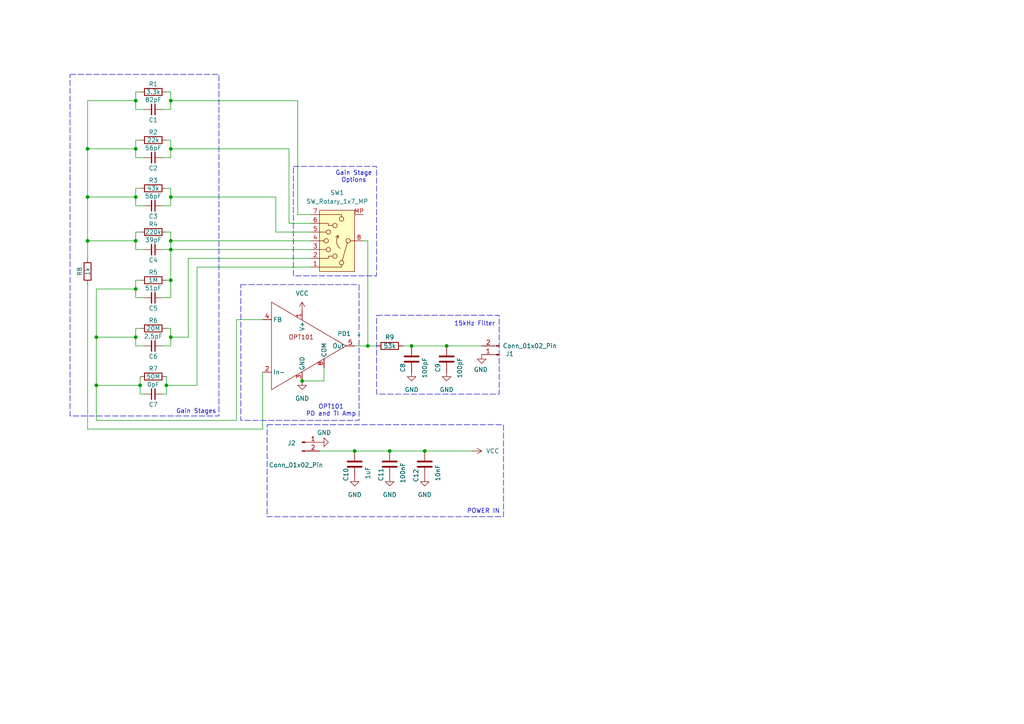
<source format=kicad_sch>
(kicad_sch
	(version 20231120)
	(generator "eeschema")
	(generator_version "8.0")
	(uuid "a8da08ed-25f2-4f2a-a5c6-b60eff4de847")
	(paper "A4")
	(title_block
		(title "Polarimeter Switchable Gain Photodetector")
		(date "2024-07-09")
		(rev "1.1")
		(company "UVIC AMO Lab")
		(comment 4 "Designed by Owen Sandner")
	)
	(lib_symbols
		(symbol "Connector:Conn_01x02_Pin"
			(pin_names
				(offset 1.016) hide)
			(exclude_from_sim no)
			(in_bom yes)
			(on_board yes)
			(property "Reference" "J"
				(at 0 2.54 0)
				(effects
					(font
						(size 1.27 1.27)
					)
				)
			)
			(property "Value" "Conn_01x02_Pin"
				(at 0 -5.08 0)
				(effects
					(font
						(size 1.27 1.27)
					)
				)
			)
			(property "Footprint" ""
				(at 0 0 0)
				(effects
					(font
						(size 1.27 1.27)
					)
					(hide yes)
				)
			)
			(property "Datasheet" "~"
				(at 0 0 0)
				(effects
					(font
						(size 1.27 1.27)
					)
					(hide yes)
				)
			)
			(property "Description" "Generic connector, single row, 01x02, script generated"
				(at 0 0 0)
				(effects
					(font
						(size 1.27 1.27)
					)
					(hide yes)
				)
			)
			(property "ki_locked" ""
				(at 0 0 0)
				(effects
					(font
						(size 1.27 1.27)
					)
				)
			)
			(property "ki_keywords" "connector"
				(at 0 0 0)
				(effects
					(font
						(size 1.27 1.27)
					)
					(hide yes)
				)
			)
			(property "ki_fp_filters" "Connector*:*_1x??_*"
				(at 0 0 0)
				(effects
					(font
						(size 1.27 1.27)
					)
					(hide yes)
				)
			)
			(symbol "Conn_01x02_Pin_1_1"
				(polyline
					(pts
						(xy 1.27 -2.54) (xy 0.8636 -2.54)
					)
					(stroke
						(width 0.1524)
						(type default)
					)
					(fill
						(type none)
					)
				)
				(polyline
					(pts
						(xy 1.27 0) (xy 0.8636 0)
					)
					(stroke
						(width 0.1524)
						(type default)
					)
					(fill
						(type none)
					)
				)
				(rectangle
					(start 0.8636 -2.413)
					(end 0 -2.667)
					(stroke
						(width 0.1524)
						(type default)
					)
					(fill
						(type outline)
					)
				)
				(rectangle
					(start 0.8636 0.127)
					(end 0 -0.127)
					(stroke
						(width 0.1524)
						(type default)
					)
					(fill
						(type outline)
					)
				)
				(pin passive line
					(at 5.08 0 180)
					(length 3.81)
					(name "Pin_1"
						(effects
							(font
								(size 1.27 1.27)
							)
						)
					)
					(number "1"
						(effects
							(font
								(size 1.27 1.27)
							)
						)
					)
				)
				(pin passive line
					(at 5.08 -2.54 180)
					(length 3.81)
					(name "Pin_2"
						(effects
							(font
								(size 1.27 1.27)
							)
						)
					)
					(number "2"
						(effects
							(font
								(size 1.27 1.27)
							)
						)
					)
				)
			)
		)
		(symbol "Device:C"
			(pin_numbers hide)
			(pin_names
				(offset 0.254)
			)
			(exclude_from_sim no)
			(in_bom yes)
			(on_board yes)
			(property "Reference" "C"
				(at 0.635 2.54 0)
				(effects
					(font
						(size 1.27 1.27)
					)
					(justify left)
				)
			)
			(property "Value" "C"
				(at 0.635 -2.54 0)
				(effects
					(font
						(size 1.27 1.27)
					)
					(justify left)
				)
			)
			(property "Footprint" ""
				(at 0.9652 -3.81 0)
				(effects
					(font
						(size 1.27 1.27)
					)
					(hide yes)
				)
			)
			(property "Datasheet" "~"
				(at 0 0 0)
				(effects
					(font
						(size 1.27 1.27)
					)
					(hide yes)
				)
			)
			(property "Description" "Unpolarized capacitor"
				(at 0 0 0)
				(effects
					(font
						(size 1.27 1.27)
					)
					(hide yes)
				)
			)
			(property "ki_keywords" "cap capacitor"
				(at 0 0 0)
				(effects
					(font
						(size 1.27 1.27)
					)
					(hide yes)
				)
			)
			(property "ki_fp_filters" "C_*"
				(at 0 0 0)
				(effects
					(font
						(size 1.27 1.27)
					)
					(hide yes)
				)
			)
			(symbol "C_0_1"
				(polyline
					(pts
						(xy -2.032 -0.762) (xy 2.032 -0.762)
					)
					(stroke
						(width 0.508)
						(type default)
					)
					(fill
						(type none)
					)
				)
				(polyline
					(pts
						(xy -2.032 0.762) (xy 2.032 0.762)
					)
					(stroke
						(width 0.508)
						(type default)
					)
					(fill
						(type none)
					)
				)
			)
			(symbol "C_1_1"
				(pin passive line
					(at 0 3.81 270)
					(length 2.794)
					(name "~"
						(effects
							(font
								(size 1.27 1.27)
							)
						)
					)
					(number "1"
						(effects
							(font
								(size 1.27 1.27)
							)
						)
					)
				)
				(pin passive line
					(at 0 -3.81 90)
					(length 2.794)
					(name "~"
						(effects
							(font
								(size 1.27 1.27)
							)
						)
					)
					(number "2"
						(effects
							(font
								(size 1.27 1.27)
							)
						)
					)
				)
			)
		)
		(symbol "Device:C_Small"
			(pin_numbers hide)
			(pin_names
				(offset 0.254) hide)
			(exclude_from_sim no)
			(in_bom yes)
			(on_board yes)
			(property "Reference" "C"
				(at 0.254 1.778 0)
				(effects
					(font
						(size 1.27 1.27)
					)
					(justify left)
				)
			)
			(property "Value" "C_Small"
				(at 0.254 -2.032 0)
				(effects
					(font
						(size 1.27 1.27)
					)
					(justify left)
				)
			)
			(property "Footprint" ""
				(at 0 0 0)
				(effects
					(font
						(size 1.27 1.27)
					)
					(hide yes)
				)
			)
			(property "Datasheet" "~"
				(at 0 0 0)
				(effects
					(font
						(size 1.27 1.27)
					)
					(hide yes)
				)
			)
			(property "Description" "Unpolarized capacitor, small symbol"
				(at 0 0 0)
				(effects
					(font
						(size 1.27 1.27)
					)
					(hide yes)
				)
			)
			(property "ki_keywords" "capacitor cap"
				(at 0 0 0)
				(effects
					(font
						(size 1.27 1.27)
					)
					(hide yes)
				)
			)
			(property "ki_fp_filters" "C_*"
				(at 0 0 0)
				(effects
					(font
						(size 1.27 1.27)
					)
					(hide yes)
				)
			)
			(symbol "C_Small_0_1"
				(polyline
					(pts
						(xy -1.524 -0.508) (xy 1.524 -0.508)
					)
					(stroke
						(width 0.3302)
						(type default)
					)
					(fill
						(type none)
					)
				)
				(polyline
					(pts
						(xy -1.524 0.508) (xy 1.524 0.508)
					)
					(stroke
						(width 0.3048)
						(type default)
					)
					(fill
						(type none)
					)
				)
			)
			(symbol "C_Small_1_1"
				(pin passive line
					(at 0 2.54 270)
					(length 2.032)
					(name "~"
						(effects
							(font
								(size 1.27 1.27)
							)
						)
					)
					(number "1"
						(effects
							(font
								(size 1.27 1.27)
							)
						)
					)
				)
				(pin passive line
					(at 0 -2.54 90)
					(length 2.032)
					(name "~"
						(effects
							(font
								(size 1.27 1.27)
							)
						)
					)
					(number "2"
						(effects
							(font
								(size 1.27 1.27)
							)
						)
					)
				)
			)
		)
		(symbol "Device:R"
			(pin_numbers hide)
			(pin_names
				(offset 0)
			)
			(exclude_from_sim no)
			(in_bom yes)
			(on_board yes)
			(property "Reference" "R"
				(at 2.032 0 90)
				(effects
					(font
						(size 1.27 1.27)
					)
				)
			)
			(property "Value" "R"
				(at 0 0 90)
				(effects
					(font
						(size 1.27 1.27)
					)
				)
			)
			(property "Footprint" ""
				(at -1.778 0 90)
				(effects
					(font
						(size 1.27 1.27)
					)
					(hide yes)
				)
			)
			(property "Datasheet" "~"
				(at 0 0 0)
				(effects
					(font
						(size 1.27 1.27)
					)
					(hide yes)
				)
			)
			(property "Description" "Resistor"
				(at 0 0 0)
				(effects
					(font
						(size 1.27 1.27)
					)
					(hide yes)
				)
			)
			(property "ki_keywords" "R res resistor"
				(at 0 0 0)
				(effects
					(font
						(size 1.27 1.27)
					)
					(hide yes)
				)
			)
			(property "ki_fp_filters" "R_*"
				(at 0 0 0)
				(effects
					(font
						(size 1.27 1.27)
					)
					(hide yes)
				)
			)
			(symbol "R_0_1"
				(rectangle
					(start -1.016 -2.54)
					(end 1.016 2.54)
					(stroke
						(width 0.254)
						(type default)
					)
					(fill
						(type none)
					)
				)
			)
			(symbol "R_1_1"
				(pin passive line
					(at 0 3.81 270)
					(length 1.27)
					(name "~"
						(effects
							(font
								(size 1.27 1.27)
							)
						)
					)
					(number "1"
						(effects
							(font
								(size 1.27 1.27)
							)
						)
					)
				)
				(pin passive line
					(at 0 -3.81 90)
					(length 1.27)
					(name "~"
						(effects
							(font
								(size 1.27 1.27)
							)
						)
					)
					(number "2"
						(effects
							(font
								(size 1.27 1.27)
							)
						)
					)
				)
			)
		)
		(symbol "Switch:SW_Rotary_1x7_MP"
			(pin_names
				(offset 0.002) hide)
			(exclude_from_sim no)
			(in_bom yes)
			(on_board yes)
			(property "Reference" "SW"
				(at 0 10.16 0)
				(effects
					(font
						(size 1.27 1.27)
					)
				)
			)
			(property "Value" "SW_Rotary_1x7_MP"
				(at 8.89 -10.16 0)
				(effects
					(font
						(size 1.27 1.27)
					)
				)
			)
			(property "Footprint" ""
				(at 0 0 0)
				(effects
					(font
						(size 1.27 1.27)
					)
					(hide yes)
				)
			)
			(property "Datasheet" "~"
				(at 0 0 0)
				(effects
					(font
						(size 1.27 1.27)
					)
					(hide yes)
				)
			)
			(property "Description" "Rotary switch 1x7, SP7T with mount point"
				(at 0 0 0)
				(effects
					(font
						(size 1.27 1.27)
					)
					(hide yes)
				)
			)
			(property "ki_keywords" "Rotary switch 1x7 SP7T"
				(at 0 0 0)
				(effects
					(font
						(size 1.27 1.27)
					)
					(hide yes)
				)
			)
			(symbol "SW_Rotary_1x7_MP_0_1"
				(circle
					(center -3.175 0)
					(radius 0.635)
					(stroke
						(width 0)
						(type default)
					)
					(fill
						(type none)
					)
				)
				(circle
					(center -1.27 -6.35)
					(radius 0.635)
					(stroke
						(width 0)
						(type default)
					)
					(fill
						(type none)
					)
				)
				(circle
					(center -1.27 6.35)
					(radius 0.635)
					(stroke
						(width 0)
						(type default)
					)
					(fill
						(type none)
					)
				)
				(arc
					(start -0.3176 -1.5875)
					(mid 0.154 0.449)
					(end -0.9526 2.2225)
					(stroke
						(width 0)
						(type default)
					)
					(fill
						(type none)
					)
				)
				(polyline
					(pts
						(xy -5.08 0) (xy -3.81 0)
					)
					(stroke
						(width 0)
						(type default)
					)
					(fill
						(type none)
					)
				)
				(polyline
					(pts
						(xy -2.9464 0.6096) (xy -1.4732 5.7404)
					)
					(stroke
						(width 0)
						(type default)
					)
					(fill
						(type none)
					)
				)
				(polyline
					(pts
						(xy -0.3176 -1.5875) (xy -0.3176 -1.5875)
					)
					(stroke
						(width 0)
						(type default)
					)
					(fill
						(type none)
					)
				)
				(polyline
					(pts
						(xy -0.3176 -1.5875) (xy -0.3176 -0.6985)
					)
					(stroke
						(width 0)
						(type default)
					)
					(fill
						(type none)
					)
				)
				(polyline
					(pts
						(xy -0.3176 -1.5875) (xy 0.4444 -1.0795)
					)
					(stroke
						(width 0)
						(type default)
					)
					(fill
						(type none)
					)
				)
				(polyline
					(pts
						(xy 5.08 -2.54) (xy 3.175 -2.54)
					)
					(stroke
						(width 0)
						(type default)
					)
					(fill
						(type none)
					)
				)
				(polyline
					(pts
						(xy 5.08 0) (xy 3.81 0)
					)
					(stroke
						(width 0)
						(type default)
					)
					(fill
						(type none)
					)
				)
				(polyline
					(pts
						(xy 5.08 2.54) (xy 3.175 2.54)
					)
					(stroke
						(width 0)
						(type default)
					)
					(fill
						(type none)
					)
				)
				(polyline
					(pts
						(xy 5.08 -7.62) (xy -1.27 -7.62) (xy -1.27 -7.62) (xy -1.27 -6.985)
					)
					(stroke
						(width 0)
						(type default)
					)
					(fill
						(type none)
					)
				)
				(polyline
					(pts
						(xy 5.08 -5.08) (xy 2.54 -5.08) (xy 2.54 -4.445) (xy 1.27 -4.445)
					)
					(stroke
						(width 0)
						(type default)
					)
					(fill
						(type none)
					)
				)
				(polyline
					(pts
						(xy 5.08 5.08) (xy 2.54 5.08) (xy 2.54 4.445) (xy 1.27 4.445)
					)
					(stroke
						(width 0)
						(type default)
					)
					(fill
						(type none)
					)
				)
				(polyline
					(pts
						(xy 5.08 7.62) (xy -1.27 7.62) (xy -1.27 7.62) (xy -1.27 6.985)
					)
					(stroke
						(width 0)
						(type default)
					)
					(fill
						(type none)
					)
				)
				(circle
					(center 0.635 -4.445)
					(radius 0.635)
					(stroke
						(width 0)
						(type default)
					)
					(fill
						(type none)
					)
				)
				(circle
					(center 0.635 4.445)
					(radius 0.635)
					(stroke
						(width 0)
						(type default)
					)
					(fill
						(type none)
					)
				)
				(circle
					(center 2.54 -2.54)
					(radius 0.635)
					(stroke
						(width 0)
						(type default)
					)
					(fill
						(type none)
					)
				)
				(circle
					(center 2.54 2.54)
					(radius 0.635)
					(stroke
						(width 0)
						(type default)
					)
					(fill
						(type none)
					)
				)
				(circle
					(center 3.175 0)
					(radius 0.635)
					(stroke
						(width 0)
						(type default)
					)
					(fill
						(type none)
					)
				)
			)
			(symbol "SW_Rotary_1x7_MP_1_1"
				(polyline
					(pts
						(xy -5.08 8.89) (xy 5.08 8.89) (xy 5.08 -8.89) (xy -5.08 -8.89) (xy -5.08 8.89) (xy -5.08 8.89)
					)
					(stroke
						(width 0)
						(type default)
					)
					(fill
						(type background)
					)
				)
				(pin passive line
					(at 7.62 7.62 180)
					(length 2.54)
					(name ""
						(effects
							(font
								(size 1.27 1.27)
							)
						)
					)
					(number "1"
						(effects
							(font
								(size 1.27 1.27)
							)
						)
					)
				)
				(pin passive line
					(at 7.62 5.08 180)
					(length 2.54)
					(name ""
						(effects
							(font
								(size 1.27 1.27)
							)
						)
					)
					(number "2"
						(effects
							(font
								(size 1.27 1.27)
							)
						)
					)
				)
				(pin passive line
					(at 7.62 2.54 180)
					(length 2.54)
					(name ""
						(effects
							(font
								(size 1.27 1.27)
							)
						)
					)
					(number "3"
						(effects
							(font
								(size 1.27 1.27)
							)
						)
					)
				)
				(pin passive line
					(at 7.62 0 180)
					(length 2.54)
					(name ""
						(effects
							(font
								(size 1.27 1.27)
							)
						)
					)
					(number "4"
						(effects
							(font
								(size 1.27 1.27)
							)
						)
					)
				)
				(pin passive line
					(at 7.62 -2.54 180)
					(length 2.54)
					(name ""
						(effects
							(font
								(size 1.27 1.27)
							)
						)
					)
					(number "5"
						(effects
							(font
								(size 1.27 1.27)
							)
						)
					)
				)
				(pin passive line
					(at 7.62 -5.08 180)
					(length 2.54)
					(name ""
						(effects
							(font
								(size 1.27 1.27)
							)
						)
					)
					(number "6"
						(effects
							(font
								(size 1.27 1.27)
							)
						)
					)
				)
				(pin passive line
					(at 7.62 -7.62 180)
					(length 2.54)
					(name ""
						(effects
							(font
								(size 1.27 1.27)
							)
						)
					)
					(number "7"
						(effects
							(font
								(size 1.27 1.27)
							)
						)
					)
				)
				(pin passive line
					(at -7.62 0 0)
					(length 2.54)
					(name ""
						(effects
							(font
								(size 1.27 1.27)
							)
						)
					)
					(number "8"
						(effects
							(font
								(size 1.27 1.27)
							)
						)
					)
				)
				(pin passive line
					(at -7.62 -7.62 0)
					(length 2.54)
					(name ""
						(effects
							(font
								(size 1.27 1.27)
							)
						)
					)
					(number "MP"
						(effects
							(font
								(size 1.27 1.27)
							)
						)
					)
				)
			)
		)
		(symbol "owens-footprints:OPT101_Photodiode"
			(exclude_from_sim no)
			(in_bom yes)
			(on_board yes)
			(property "Reference" "PD"
				(at 1.27 -2.54 0)
				(effects
					(font
						(size 1.27 1.27)
					)
				)
			)
			(property "Value" ""
				(at 0 0 0)
				(effects
					(font
						(size 1.27 1.27)
					)
				)
			)
			(property "Footprint" ""
				(at 0 0 0)
				(effects
					(font
						(size 1.27 1.27)
					)
					(hide yes)
				)
			)
			(property "Datasheet" ""
				(at 0 0 0)
				(effects
					(font
						(size 1.27 1.27)
					)
					(hide yes)
				)
			)
			(property "Description" ""
				(at 0 0 0)
				(effects
					(font
						(size 1.27 1.27)
					)
					(hide yes)
				)
			)
			(symbol "OPT101_Photodiode_0_1"
				(polyline
					(pts
						(xy -5.08 12.7) (xy 16.51 0) (xy -5.08 -12.7) (xy -5.08 12.7)
					)
					(stroke
						(width 0)
						(type default)
					)
					(fill
						(type none)
					)
				)
			)
			(symbol "OPT101_Photodiode_1_1"
				(text "OPT101"
					(at 3.556 2.54 0)
					(effects
						(font
							(size 1.27 1.27)
						)
					)
				)
				(pin input line
					(at 3.81 10.16 270)
					(length 2.54)
					(name "V+"
						(effects
							(font
								(size 1.27 1.27)
							)
						)
					)
					(number "1"
						(effects
							(font
								(size 1.27 1.27)
							)
						)
					)
				)
				(pin input line
					(at -7.62 -7.62 0)
					(length 2.54)
					(name "In-"
						(effects
							(font
								(size 1.27 1.27)
							)
						)
					)
					(number "2"
						(effects
							(font
								(size 1.27 1.27)
							)
						)
					)
				)
				(pin input line
					(at 3.81 -10.16 90)
					(length 2.54)
					(name "GND"
						(effects
							(font
								(size 1.27 1.27)
							)
						)
					)
					(number "3"
						(effects
							(font
								(size 1.27 1.27)
							)
						)
					)
				)
				(pin input line
					(at -7.62 7.62 0)
					(length 2.54)
					(name "FB"
						(effects
							(font
								(size 1.27 1.27)
							)
						)
					)
					(number "4"
						(effects
							(font
								(size 1.27 1.27)
							)
						)
					)
				)
				(pin input line
					(at 19.05 0 180)
					(length 2.54)
					(name "Out"
						(effects
							(font
								(size 1.27 1.27)
							)
						)
					)
					(number "5"
						(effects
							(font
								(size 1.27 1.27)
							)
						)
					)
				)
				(pin input line
					(at -7.62 1.27 0)
					(length 2.54) hide
					(name "NC"
						(effects
							(font
								(size 1.27 1.27)
							)
						)
					)
					(number "6"
						(effects
							(font
								(size 1.27 1.27)
							)
						)
					)
				)
				(pin input line
					(at -7.62 -1.27 0)
					(length 2.54) hide
					(name "NC"
						(effects
							(font
								(size 1.27 1.27)
							)
						)
					)
					(number "7"
						(effects
							(font
								(size 1.27 1.27)
							)
						)
					)
				)
				(pin input line
					(at 10.16 -6.35 90)
					(length 2.54)
					(name "COM"
						(effects
							(font
								(size 1.27 1.27)
							)
						)
					)
					(number "8"
						(effects
							(font
								(size 1.27 1.27)
							)
						)
					)
				)
			)
		)
		(symbol "power:GND"
			(power)
			(pin_numbers hide)
			(pin_names
				(offset 0) hide)
			(exclude_from_sim no)
			(in_bom yes)
			(on_board yes)
			(property "Reference" "#PWR"
				(at 0 -6.35 0)
				(effects
					(font
						(size 1.27 1.27)
					)
					(hide yes)
				)
			)
			(property "Value" "GND"
				(at 0 -3.81 0)
				(effects
					(font
						(size 1.27 1.27)
					)
				)
			)
			(property "Footprint" ""
				(at 0 0 0)
				(effects
					(font
						(size 1.27 1.27)
					)
					(hide yes)
				)
			)
			(property "Datasheet" ""
				(at 0 0 0)
				(effects
					(font
						(size 1.27 1.27)
					)
					(hide yes)
				)
			)
			(property "Description" "Power symbol creates a global label with name \"GND\" , ground"
				(at 0 0 0)
				(effects
					(font
						(size 1.27 1.27)
					)
					(hide yes)
				)
			)
			(property "ki_keywords" "global power"
				(at 0 0 0)
				(effects
					(font
						(size 1.27 1.27)
					)
					(hide yes)
				)
			)
			(symbol "GND_0_1"
				(polyline
					(pts
						(xy 0 0) (xy 0 -1.27) (xy 1.27 -1.27) (xy 0 -2.54) (xy -1.27 -1.27) (xy 0 -1.27)
					)
					(stroke
						(width 0)
						(type default)
					)
					(fill
						(type none)
					)
				)
			)
			(symbol "GND_1_1"
				(pin power_in line
					(at 0 0 270)
					(length 0)
					(name "~"
						(effects
							(font
								(size 1.27 1.27)
							)
						)
					)
					(number "1"
						(effects
							(font
								(size 1.27 1.27)
							)
						)
					)
				)
			)
		)
		(symbol "power:VCC"
			(power)
			(pin_numbers hide)
			(pin_names
				(offset 0) hide)
			(exclude_from_sim no)
			(in_bom yes)
			(on_board yes)
			(property "Reference" "#PWR"
				(at 0 -3.81 0)
				(effects
					(font
						(size 1.27 1.27)
					)
					(hide yes)
				)
			)
			(property "Value" "VCC"
				(at 0 3.556 0)
				(effects
					(font
						(size 1.27 1.27)
					)
				)
			)
			(property "Footprint" ""
				(at 0 0 0)
				(effects
					(font
						(size 1.27 1.27)
					)
					(hide yes)
				)
			)
			(property "Datasheet" ""
				(at 0 0 0)
				(effects
					(font
						(size 1.27 1.27)
					)
					(hide yes)
				)
			)
			(property "Description" "Power symbol creates a global label with name \"VCC\""
				(at 0 0 0)
				(effects
					(font
						(size 1.27 1.27)
					)
					(hide yes)
				)
			)
			(property "ki_keywords" "global power"
				(at 0 0 0)
				(effects
					(font
						(size 1.27 1.27)
					)
					(hide yes)
				)
			)
			(symbol "VCC_0_1"
				(polyline
					(pts
						(xy -0.762 1.27) (xy 0 2.54)
					)
					(stroke
						(width 0)
						(type default)
					)
					(fill
						(type none)
					)
				)
				(polyline
					(pts
						(xy 0 0) (xy 0 2.54)
					)
					(stroke
						(width 0)
						(type default)
					)
					(fill
						(type none)
					)
				)
				(polyline
					(pts
						(xy 0 2.54) (xy 0.762 1.27)
					)
					(stroke
						(width 0)
						(type default)
					)
					(fill
						(type none)
					)
				)
			)
			(symbol "VCC_1_1"
				(pin power_in line
					(at 0 0 90)
					(length 0)
					(name "~"
						(effects
							(font
								(size 1.27 1.27)
							)
						)
					)
					(number "1"
						(effects
							(font
								(size 1.27 1.27)
							)
						)
					)
				)
			)
		)
	)
	(junction
		(at 48.26 111.76)
		(diameter 0)
		(color 0 0 0 0)
		(uuid "077aa3f2-b21d-4368-bf04-f461254da923")
	)
	(junction
		(at 49.53 57.15)
		(diameter 0)
		(color 0 0 0 0)
		(uuid "078b7737-e2a8-4f38-a592-81d913c8c4c0")
	)
	(junction
		(at 123.19 130.81)
		(diameter 0)
		(color 0 0 0 0)
		(uuid "0b33ef05-0b62-43a7-98b4-0fc539d67a98")
	)
	(junction
		(at 39.37 83.82)
		(diameter 0)
		(color 0 0 0 0)
		(uuid "1111c532-6e32-48fa-9aa0-aef15628880d")
	)
	(junction
		(at 39.37 97.79)
		(diameter 0)
		(color 0 0 0 0)
		(uuid "199dc7d4-ea8a-44f8-9f67-64558cc02118")
	)
	(junction
		(at 27.94 97.79)
		(diameter 0)
		(color 0 0 0 0)
		(uuid "1c09d028-fe2f-4e5d-afca-bbf6f8fc000b")
	)
	(junction
		(at 49.53 43.18)
		(diameter 0)
		(color 0 0 0 0)
		(uuid "1f47946f-26be-45a7-bf3b-9c636d7346b9")
	)
	(junction
		(at 87.63 110.49)
		(diameter 0)
		(color 0 0 0 0)
		(uuid "23f6c861-d0bb-45c1-a8f8-99fb054d29e9")
	)
	(junction
		(at 49.53 69.85)
		(diameter 0)
		(color 0 0 0 0)
		(uuid "441994b4-08b9-4f74-a63f-aec88011fa13")
	)
	(junction
		(at 106.68 100.33)
		(diameter 0)
		(color 0 0 0 0)
		(uuid "508d9bde-74fc-44b7-b187-ec515811305c")
	)
	(junction
		(at 27.94 111.76)
		(diameter 0)
		(color 0 0 0 0)
		(uuid "51c956fe-1193-4b06-a5d5-e341fb994c27")
	)
	(junction
		(at 39.37 29.21)
		(diameter 0)
		(color 0 0 0 0)
		(uuid "5438c92c-a6b0-47ec-9c59-344d013d5e77")
	)
	(junction
		(at 113.03 130.81)
		(diameter 0)
		(color 0 0 0 0)
		(uuid "656200c5-98c3-4fd4-9093-4fe5ce213ece")
	)
	(junction
		(at 39.37 57.15)
		(diameter 0)
		(color 0 0 0 0)
		(uuid "6748eee4-abaa-4e9e-8e43-774d073adaa6")
	)
	(junction
		(at 119.38 100.33)
		(diameter 0)
		(color 0 0 0 0)
		(uuid "6ba124e0-21fa-4c68-81ac-0ac6ca2033c3")
	)
	(junction
		(at 49.53 72.39)
		(diameter 0)
		(color 0 0 0 0)
		(uuid "74319498-02e7-45aa-8398-25aafe511456")
	)
	(junction
		(at 39.37 43.18)
		(diameter 0)
		(color 0 0 0 0)
		(uuid "790da2ef-7049-4bdb-9e2f-55c0b0ce74a2")
	)
	(junction
		(at 49.53 81.28)
		(diameter 0)
		(color 0 0 0 0)
		(uuid "7e9bf784-52ed-402c-bfba-bdaaf90337c9")
	)
	(junction
		(at 49.53 29.21)
		(diameter 0)
		(color 0 0 0 0)
		(uuid "8257bf14-f71a-44bf-9e5d-7c04ff7947a8")
	)
	(junction
		(at 102.87 130.81)
		(diameter 0)
		(color 0 0 0 0)
		(uuid "837c6992-37b2-4d65-9d76-211c2af24f73")
	)
	(junction
		(at 49.53 97.79)
		(diameter 0)
		(color 0 0 0 0)
		(uuid "8cae8980-c7a5-4009-a542-2bec7cc3c9e9")
	)
	(junction
		(at 25.4 57.15)
		(diameter 0)
		(color 0 0 0 0)
		(uuid "ad608060-bd8f-41ec-bd4b-924e42338833")
	)
	(junction
		(at 25.4 69.85)
		(diameter 0)
		(color 0 0 0 0)
		(uuid "aec5bd0f-d776-4cd4-9460-437c4df676ab")
	)
	(junction
		(at 39.37 69.85)
		(diameter 0)
		(color 0 0 0 0)
		(uuid "b03364f6-3184-444e-8514-11ca8955865f")
	)
	(junction
		(at 129.54 100.33)
		(diameter 0)
		(color 0 0 0 0)
		(uuid "bb2b89b2-3d48-498b-ac56-0689ed4f2d22")
	)
	(junction
		(at 40.64 111.76)
		(diameter 0)
		(color 0 0 0 0)
		(uuid "fd93fd1d-eeb0-4c15-98b2-8d827c5d71e3")
	)
	(junction
		(at 25.4 43.18)
		(diameter 0)
		(color 0 0 0 0)
		(uuid "ff75dbb1-bd06-41cd-9b9f-5e2d07b5c9f1")
	)
	(wire
		(pts
			(xy 41.91 59.69) (xy 39.37 59.69)
		)
		(stroke
			(width 0)
			(type default)
		)
		(uuid "0647e8b8-0590-4d12-94da-d65c040851fe")
	)
	(wire
		(pts
			(xy 57.15 111.76) (xy 57.15 77.47)
		)
		(stroke
			(width 0)
			(type default)
		)
		(uuid "092efb23-13dd-4fae-9634-5ea5b736b27d")
	)
	(wire
		(pts
			(xy 83.82 43.18) (xy 83.82 64.77)
		)
		(stroke
			(width 0)
			(type default)
		)
		(uuid "0a44acd9-4954-4d26-b7f5-dbeda4f04215")
	)
	(wire
		(pts
			(xy 41.91 86.36) (xy 39.37 86.36)
		)
		(stroke
			(width 0)
			(type default)
		)
		(uuid "0ae2b2dc-bdda-4a3d-a7ee-d42ee4891257")
	)
	(wire
		(pts
			(xy 39.37 29.21) (xy 39.37 31.75)
		)
		(stroke
			(width 0)
			(type default)
		)
		(uuid "0dbdb2b5-c170-4b99-afaf-7c3908441c0f")
	)
	(wire
		(pts
			(xy 48.26 67.31) (xy 49.53 67.31)
		)
		(stroke
			(width 0)
			(type default)
		)
		(uuid "10e95f5a-4c9a-43c0-b113-7c55d1f42d66")
	)
	(wire
		(pts
			(xy 25.4 57.15) (xy 25.4 43.18)
		)
		(stroke
			(width 0)
			(type default)
		)
		(uuid "114db6bd-8ee3-4a4c-a1b4-a8b830675c47")
	)
	(wire
		(pts
			(xy 102.87 100.33) (xy 106.68 100.33)
		)
		(stroke
			(width 0)
			(type default)
		)
		(uuid "1671561f-7fd0-4b35-85bc-8af243294704")
	)
	(wire
		(pts
			(xy 25.4 43.18) (xy 39.37 43.18)
		)
		(stroke
			(width 0)
			(type default)
		)
		(uuid "18284c57-a8ef-43e9-ba83-41bf6ac214e2")
	)
	(wire
		(pts
			(xy 49.53 95.25) (xy 49.53 97.79)
		)
		(stroke
			(width 0)
			(type default)
		)
		(uuid "1b21b4e3-5b88-49b2-9c56-23a789653334")
	)
	(wire
		(pts
			(xy 39.37 95.25) (xy 39.37 97.79)
		)
		(stroke
			(width 0)
			(type default)
		)
		(uuid "1c06ff37-2e7e-4a54-9c73-0debba5c376a")
	)
	(wire
		(pts
			(xy 25.4 29.21) (xy 39.37 29.21)
		)
		(stroke
			(width 0)
			(type default)
		)
		(uuid "1e1f2cbd-be83-4377-b895-8f2b5159eca4")
	)
	(wire
		(pts
			(xy 48.26 111.76) (xy 48.26 114.3)
		)
		(stroke
			(width 0)
			(type default)
		)
		(uuid "1f6bddfb-4078-4b36-ad75-af57c119dedd")
	)
	(wire
		(pts
			(xy 39.37 67.31) (xy 39.37 69.85)
		)
		(stroke
			(width 0)
			(type default)
		)
		(uuid "2668b2df-17a2-4afb-aa1e-a33a95b55a9a")
	)
	(wire
		(pts
			(xy 93.98 110.49) (xy 87.63 110.49)
		)
		(stroke
			(width 0)
			(type default)
		)
		(uuid "26e8238b-41b3-4ab4-8098-fe13434377cd")
	)
	(wire
		(pts
			(xy 39.37 40.64) (xy 39.37 43.18)
		)
		(stroke
			(width 0)
			(type default)
		)
		(uuid "2b87a318-bbe2-4903-8477-ce913df05110")
	)
	(wire
		(pts
			(xy 123.19 130.81) (xy 137.16 130.81)
		)
		(stroke
			(width 0)
			(type default)
		)
		(uuid "2ddab0db-d1be-473e-940f-711b517d24ba")
	)
	(wire
		(pts
			(xy 41.91 72.39) (xy 39.37 72.39)
		)
		(stroke
			(width 0)
			(type default)
		)
		(uuid "2ebae189-87e7-442d-8dff-9e88246ccbce")
	)
	(wire
		(pts
			(xy 39.37 95.25) (xy 40.64 95.25)
		)
		(stroke
			(width 0)
			(type default)
		)
		(uuid "32c0d39a-1a50-4b33-9403-57645b6e6c8c")
	)
	(wire
		(pts
			(xy 68.58 121.92) (xy 27.94 121.92)
		)
		(stroke
			(width 0)
			(type default)
		)
		(uuid "34540d01-5e72-40cd-a403-284893a93abe")
	)
	(wire
		(pts
			(xy 113.03 130.81) (xy 123.19 130.81)
		)
		(stroke
			(width 0)
			(type default)
		)
		(uuid "34b72688-dc2c-4104-b247-9779bb9e7c14")
	)
	(wire
		(pts
			(xy 57.15 77.47) (xy 90.17 77.47)
		)
		(stroke
			(width 0)
			(type default)
		)
		(uuid "356772da-4521-4144-9854-c2dd2aa5d3a0")
	)
	(wire
		(pts
			(xy 25.4 57.15) (xy 39.37 57.15)
		)
		(stroke
			(width 0)
			(type default)
		)
		(uuid "36d8b320-90dc-4b20-aa28-d969b44eeb29")
	)
	(wire
		(pts
			(xy 76.2 124.46) (xy 25.4 124.46)
		)
		(stroke
			(width 0)
			(type default)
		)
		(uuid "3af06abe-2372-4ed1-89c1-516607418900")
	)
	(wire
		(pts
			(xy 106.68 100.33) (xy 109.22 100.33)
		)
		(stroke
			(width 0)
			(type default)
		)
		(uuid "3bfe0a33-c2b0-4197-8f3b-86b01704668e")
	)
	(wire
		(pts
			(xy 48.26 95.25) (xy 49.53 95.25)
		)
		(stroke
			(width 0)
			(type default)
		)
		(uuid "3c1142dd-98f1-4e63-8162-a411ffb2a202")
	)
	(wire
		(pts
			(xy 106.68 69.85) (xy 106.68 100.33)
		)
		(stroke
			(width 0)
			(type default)
		)
		(uuid "3e1264c9-b71a-48ab-a6da-06ff8460ea59")
	)
	(wire
		(pts
			(xy 49.53 72.39) (xy 46.99 72.39)
		)
		(stroke
			(width 0)
			(type default)
		)
		(uuid "41292d24-c228-45bf-b8ac-4cf99e5cb9cb")
	)
	(wire
		(pts
			(xy 39.37 26.67) (xy 40.64 26.67)
		)
		(stroke
			(width 0)
			(type default)
		)
		(uuid "4151c33d-ad09-41aa-9ae9-a30498841abd")
	)
	(wire
		(pts
			(xy 39.37 67.31) (xy 40.64 67.31)
		)
		(stroke
			(width 0)
			(type default)
		)
		(uuid "41b9da89-2fd0-4da1-9439-805f15f6db1a")
	)
	(wire
		(pts
			(xy 27.94 97.79) (xy 39.37 97.79)
		)
		(stroke
			(width 0)
			(type default)
		)
		(uuid "427ca36a-9f21-4f73-ad12-c9e65f499010")
	)
	(wire
		(pts
			(xy 49.53 54.61) (xy 49.53 57.15)
		)
		(stroke
			(width 0)
			(type default)
		)
		(uuid "49219223-893d-4fa3-87fa-682d39984144")
	)
	(wire
		(pts
			(xy 39.37 40.64) (xy 40.64 40.64)
		)
		(stroke
			(width 0)
			(type default)
		)
		(uuid "4b5d1125-2b0f-4186-8e51-a860dff55afa")
	)
	(wire
		(pts
			(xy 86.36 62.23) (xy 90.17 62.23)
		)
		(stroke
			(width 0)
			(type default)
		)
		(uuid "4bbfbdf6-8a62-419b-b985-ee632b4f6a24")
	)
	(wire
		(pts
			(xy 40.64 109.22) (xy 40.64 111.76)
		)
		(stroke
			(width 0)
			(type default)
		)
		(uuid "4dfb5e80-dbe2-4010-9a37-178824aa18c0")
	)
	(wire
		(pts
			(xy 41.91 45.72) (xy 39.37 45.72)
		)
		(stroke
			(width 0)
			(type default)
		)
		(uuid "5003173b-7554-42ff-b7d3-64088f9ebfa3")
	)
	(wire
		(pts
			(xy 27.94 97.79) (xy 27.94 83.82)
		)
		(stroke
			(width 0)
			(type default)
		)
		(uuid "5238528d-9796-4783-8888-ca33c22a3082")
	)
	(wire
		(pts
			(xy 25.4 43.18) (xy 25.4 29.21)
		)
		(stroke
			(width 0)
			(type default)
		)
		(uuid "52fb6755-6490-413d-af58-b72961336395")
	)
	(wire
		(pts
			(xy 76.2 92.71) (xy 68.58 92.71)
		)
		(stroke
			(width 0)
			(type default)
		)
		(uuid "54f38ecc-6513-406a-977c-5a9e36625ee5")
	)
	(wire
		(pts
			(xy 48.26 111.76) (xy 57.15 111.76)
		)
		(stroke
			(width 0)
			(type default)
		)
		(uuid "55bb5471-076b-4661-acdd-eb6f1b90ecab")
	)
	(wire
		(pts
			(xy 49.53 72.39) (xy 90.17 72.39)
		)
		(stroke
			(width 0)
			(type default)
		)
		(uuid "5855135e-881d-4990-8808-54f10504680b")
	)
	(wire
		(pts
			(xy 39.37 81.28) (xy 39.37 83.82)
		)
		(stroke
			(width 0)
			(type default)
		)
		(uuid "5ee6ee47-d793-4525-896f-aa23d447062c")
	)
	(wire
		(pts
			(xy 76.2 107.95) (xy 76.2 124.46)
		)
		(stroke
			(width 0)
			(type default)
		)
		(uuid "618a6088-c8a5-44ee-9d68-f6d2fdce8f77")
	)
	(wire
		(pts
			(xy 49.53 26.67) (xy 49.53 29.21)
		)
		(stroke
			(width 0)
			(type default)
		)
		(uuid "62ddd4c5-a82c-4ccd-a9bc-e7212ad21fe1")
	)
	(wire
		(pts
			(xy 92.71 130.81) (xy 102.87 130.81)
		)
		(stroke
			(width 0)
			(type default)
		)
		(uuid "69700e88-ea46-4a7a-991b-a965d2987d03")
	)
	(wire
		(pts
			(xy 49.53 57.15) (xy 49.53 59.69)
		)
		(stroke
			(width 0)
			(type default)
		)
		(uuid "6b147542-92e9-4bb6-8107-19c9c68689aa")
	)
	(wire
		(pts
			(xy 80.01 57.15) (xy 80.01 67.31)
		)
		(stroke
			(width 0)
			(type default)
		)
		(uuid "70171d93-c024-4d2f-b4d0-0e9041cedd63")
	)
	(wire
		(pts
			(xy 27.94 111.76) (xy 27.94 121.92)
		)
		(stroke
			(width 0)
			(type default)
		)
		(uuid "72cbc293-4fe9-490d-83ce-fc1030638f78")
	)
	(wire
		(pts
			(xy 41.91 100.33) (xy 39.37 100.33)
		)
		(stroke
			(width 0)
			(type default)
		)
		(uuid "76999a52-4104-43fe-94c5-275a08c175ee")
	)
	(wire
		(pts
			(xy 49.53 67.31) (xy 49.53 69.85)
		)
		(stroke
			(width 0)
			(type default)
		)
		(uuid "7a32af31-4c17-4bc7-9dc9-d6ee485d1c63")
	)
	(wire
		(pts
			(xy 49.53 57.15) (xy 80.01 57.15)
		)
		(stroke
			(width 0)
			(type default)
		)
		(uuid "7c71df85-4e2c-41da-9946-ac8f448578cc")
	)
	(wire
		(pts
			(xy 48.26 26.67) (xy 49.53 26.67)
		)
		(stroke
			(width 0)
			(type default)
		)
		(uuid "7eb5ed2e-00d1-4ff4-919f-164fd894e9b1")
	)
	(wire
		(pts
			(xy 80.01 67.31) (xy 90.17 67.31)
		)
		(stroke
			(width 0)
			(type default)
		)
		(uuid "8079ace2-a246-4757-8c96-09ac44ff5244")
	)
	(wire
		(pts
			(xy 25.4 69.85) (xy 39.37 69.85)
		)
		(stroke
			(width 0)
			(type default)
		)
		(uuid "857ff2b3-b087-43f7-afae-de0000c55535")
	)
	(wire
		(pts
			(xy 102.87 130.81) (xy 113.03 130.81)
		)
		(stroke
			(width 0)
			(type default)
		)
		(uuid "86afe646-466b-4bc2-9134-9e3393decf08")
	)
	(wire
		(pts
			(xy 49.53 100.33) (xy 46.99 100.33)
		)
		(stroke
			(width 0)
			(type default)
		)
		(uuid "8782a60e-ff98-4639-a3e5-c34483048174")
	)
	(wire
		(pts
			(xy 49.53 31.75) (xy 46.99 31.75)
		)
		(stroke
			(width 0)
			(type default)
		)
		(uuid "8828ff1c-53b0-48f7-8c67-038fbd618d84")
	)
	(wire
		(pts
			(xy 25.4 69.85) (xy 25.4 57.15)
		)
		(stroke
			(width 0)
			(type default)
		)
		(uuid "8a516c73-9c31-42a5-b703-83279c3cb59e")
	)
	(wire
		(pts
			(xy 49.53 97.79) (xy 54.61 97.79)
		)
		(stroke
			(width 0)
			(type default)
		)
		(uuid "8dd2d208-bfd2-4cb8-a1f6-59d9975e9fdc")
	)
	(wire
		(pts
			(xy 83.82 64.77) (xy 90.17 64.77)
		)
		(stroke
			(width 0)
			(type default)
		)
		(uuid "8f7c7855-7516-40ee-b12a-d5bcbf9cb141")
	)
	(wire
		(pts
			(xy 25.4 74.93) (xy 25.4 69.85)
		)
		(stroke
			(width 0)
			(type default)
		)
		(uuid "90ad71df-2f56-41bf-9f75-d578abfd457d")
	)
	(wire
		(pts
			(xy 39.37 69.85) (xy 39.37 72.39)
		)
		(stroke
			(width 0)
			(type default)
		)
		(uuid "91390707-f5e8-4bfc-b36a-6743e83e234f")
	)
	(wire
		(pts
			(xy 48.26 114.3) (xy 46.99 114.3)
		)
		(stroke
			(width 0)
			(type default)
		)
		(uuid "93b80b4c-e294-4d66-9b48-3384e87d8d97")
	)
	(wire
		(pts
			(xy 39.37 57.15) (xy 39.37 59.69)
		)
		(stroke
			(width 0)
			(type default)
		)
		(uuid "99b5a2c0-4f02-4ac1-a8b2-1b4b6920617c")
	)
	(wire
		(pts
			(xy 49.53 69.85) (xy 90.17 69.85)
		)
		(stroke
			(width 0)
			(type default)
		)
		(uuid "9a1cd20a-2997-4cf0-89ed-b0d9bfb28da8")
	)
	(wire
		(pts
			(xy 93.98 106.68) (xy 93.98 110.49)
		)
		(stroke
			(width 0)
			(type default)
		)
		(uuid "9c1be493-102f-4749-82dd-8326c32171fc")
	)
	(wire
		(pts
			(xy 49.53 29.21) (xy 49.53 31.75)
		)
		(stroke
			(width 0)
			(type default)
		)
		(uuid "a0ebe7b5-fb60-4be1-a7f6-448c18115181")
	)
	(wire
		(pts
			(xy 48.26 81.28) (xy 49.53 81.28)
		)
		(stroke
			(width 0)
			(type default)
		)
		(uuid "a416548f-3806-49f4-84f2-01621f8c9cb1")
	)
	(wire
		(pts
			(xy 48.26 40.64) (xy 49.53 40.64)
		)
		(stroke
			(width 0)
			(type default)
		)
		(uuid "a5e2d80e-47f4-4879-91c6-d930af99b954")
	)
	(wire
		(pts
			(xy 106.68 69.85) (xy 105.41 69.85)
		)
		(stroke
			(width 0)
			(type default)
		)
		(uuid "a65af9ee-9d55-4c70-9037-645e0080132f")
	)
	(wire
		(pts
			(xy 41.91 31.75) (xy 39.37 31.75)
		)
		(stroke
			(width 0)
			(type default)
		)
		(uuid "a7ccf56a-fdf5-4b38-a4a1-e31304516643")
	)
	(wire
		(pts
			(xy 116.84 100.33) (xy 119.38 100.33)
		)
		(stroke
			(width 0)
			(type default)
		)
		(uuid "a9efec7b-c3fc-4969-8030-f62253954404")
	)
	(wire
		(pts
			(xy 49.53 86.36) (xy 46.99 86.36)
		)
		(stroke
			(width 0)
			(type default)
		)
		(uuid "aa84740b-761e-4740-a302-f42c0c18ff12")
	)
	(wire
		(pts
			(xy 48.26 54.61) (xy 49.53 54.61)
		)
		(stroke
			(width 0)
			(type default)
		)
		(uuid "ae4e831a-6fdb-44ec-bfb2-eb8aded04d62")
	)
	(wire
		(pts
			(xy 129.54 100.33) (xy 139.7 100.33)
		)
		(stroke
			(width 0)
			(type default)
		)
		(uuid "ae6ef0a2-c43d-4f0c-841f-fbb69abf57f7")
	)
	(wire
		(pts
			(xy 39.37 97.79) (xy 39.37 100.33)
		)
		(stroke
			(width 0)
			(type default)
		)
		(uuid "b3924865-3d90-424d-87aa-1f845062556a")
	)
	(wire
		(pts
			(xy 39.37 86.36) (xy 39.37 83.82)
		)
		(stroke
			(width 0)
			(type default)
		)
		(uuid "b4e6d910-8207-405a-9b85-a16148b88d94")
	)
	(wire
		(pts
			(xy 25.4 124.46) (xy 25.4 82.55)
		)
		(stroke
			(width 0)
			(type default)
		)
		(uuid "bc5de09f-1892-4359-8e59-e9efba74f229")
	)
	(wire
		(pts
			(xy 49.53 43.18) (xy 49.53 45.72)
		)
		(stroke
			(width 0)
			(type default)
		)
		(uuid "bdc4abc2-8ca6-4cb0-805d-57755b752dde")
	)
	(wire
		(pts
			(xy 49.53 69.85) (xy 49.53 72.39)
		)
		(stroke
			(width 0)
			(type default)
		)
		(uuid "c3e0412f-000b-446d-afa9-4502d12eecd5")
	)
	(wire
		(pts
			(xy 39.37 26.67) (xy 39.37 29.21)
		)
		(stroke
			(width 0)
			(type default)
		)
		(uuid "c6ef03e3-22ec-4bb6-bfb8-cc5513d289a6")
	)
	(wire
		(pts
			(xy 49.53 40.64) (xy 49.53 43.18)
		)
		(stroke
			(width 0)
			(type default)
		)
		(uuid "c82909b5-7093-4140-a39d-de9fe76511c6")
	)
	(wire
		(pts
			(xy 49.53 97.79) (xy 49.53 100.33)
		)
		(stroke
			(width 0)
			(type default)
		)
		(uuid "c8e27df8-b62a-4342-8071-e7329a0402ba")
	)
	(wire
		(pts
			(xy 86.36 29.21) (xy 86.36 62.23)
		)
		(stroke
			(width 0)
			(type default)
		)
		(uuid "c8f49466-46e4-45f3-9d12-192854d49fbb")
	)
	(wire
		(pts
			(xy 39.37 81.28) (xy 40.64 81.28)
		)
		(stroke
			(width 0)
			(type default)
		)
		(uuid "ccc50546-c2fd-4c49-96c9-a8e0b1f0837c")
	)
	(wire
		(pts
			(xy 48.26 109.22) (xy 48.26 111.76)
		)
		(stroke
			(width 0)
			(type default)
		)
		(uuid "cd25f4ae-51c1-44ad-9b2d-1dc0f1932f19")
	)
	(wire
		(pts
			(xy 49.53 45.72) (xy 46.99 45.72)
		)
		(stroke
			(width 0)
			(type default)
		)
		(uuid "cdc44774-6a7f-4ae9-b961-25da4997b714")
	)
	(wire
		(pts
			(xy 49.53 43.18) (xy 83.82 43.18)
		)
		(stroke
			(width 0)
			(type default)
		)
		(uuid "ce2095ab-224c-43f7-b9d5-2aa2ead894eb")
	)
	(wire
		(pts
			(xy 68.58 92.71) (xy 68.58 121.92)
		)
		(stroke
			(width 0)
			(type default)
		)
		(uuid "d201add1-05e5-44fc-bc8e-3da327224c5b")
	)
	(wire
		(pts
			(xy 54.61 74.93) (xy 90.17 74.93)
		)
		(stroke
			(width 0)
			(type default)
		)
		(uuid "d48eb782-2f16-4a61-9014-fb9eff74f59f")
	)
	(wire
		(pts
			(xy 27.94 111.76) (xy 40.64 111.76)
		)
		(stroke
			(width 0)
			(type default)
		)
		(uuid "d5b3bba7-122e-4c5a-a6dd-13d4cd8f900d")
	)
	(wire
		(pts
			(xy 49.53 59.69) (xy 46.99 59.69)
		)
		(stroke
			(width 0)
			(type default)
		)
		(uuid "d8532d56-2685-4ad6-b453-d6f781b91ae8")
	)
	(wire
		(pts
			(xy 49.53 29.21) (xy 86.36 29.21)
		)
		(stroke
			(width 0)
			(type default)
		)
		(uuid "d980caba-12c7-4592-8707-2aaa32bc7660")
	)
	(wire
		(pts
			(xy 39.37 54.61) (xy 40.64 54.61)
		)
		(stroke
			(width 0)
			(type default)
		)
		(uuid "d98aeeaa-15c3-448c-b142-1d4386aa6ef7")
	)
	(wire
		(pts
			(xy 54.61 97.79) (xy 54.61 74.93)
		)
		(stroke
			(width 0)
			(type default)
		)
		(uuid "dabb32dd-dfdd-4938-a244-b0c7547e303f")
	)
	(wire
		(pts
			(xy 27.94 83.82) (xy 39.37 83.82)
		)
		(stroke
			(width 0)
			(type default)
		)
		(uuid "dd41105f-7142-4930-844d-212a16b32367")
	)
	(wire
		(pts
			(xy 40.64 114.3) (xy 41.91 114.3)
		)
		(stroke
			(width 0)
			(type default)
		)
		(uuid "de43a53d-6c7d-49a2-90a6-3a0011887a55")
	)
	(wire
		(pts
			(xy 27.94 97.79) (xy 27.94 111.76)
		)
		(stroke
			(width 0)
			(type default)
		)
		(uuid "e71511e9-9025-4a83-ae0c-d8b0830609aa")
	)
	(wire
		(pts
			(xy 49.53 81.28) (xy 49.53 86.36)
		)
		(stroke
			(width 0)
			(type default)
		)
		(uuid "e7547a1e-5f2a-4329-9890-cbe245023c48")
	)
	(wire
		(pts
			(xy 49.53 72.39) (xy 49.53 81.28)
		)
		(stroke
			(width 0)
			(type default)
		)
		(uuid "f01f4346-4d6d-43e7-a7e2-1757d88015ac")
	)
	(wire
		(pts
			(xy 39.37 54.61) (xy 39.37 57.15)
		)
		(stroke
			(width 0)
			(type default)
		)
		(uuid "f8cfc391-d3a7-4b22-8673-80940c4f18b9")
	)
	(wire
		(pts
			(xy 39.37 43.18) (xy 39.37 45.72)
		)
		(stroke
			(width 0)
			(type default)
		)
		(uuid "f9f005ad-3862-4bf5-9deb-5c9b1262456b")
	)
	(wire
		(pts
			(xy 119.38 100.33) (xy 129.54 100.33)
		)
		(stroke
			(width 0)
			(type default)
		)
		(uuid "faec2b1b-8269-4548-a694-fafdc9a25581")
	)
	(wire
		(pts
			(xy 40.64 111.76) (xy 40.64 114.3)
		)
		(stroke
			(width 0)
			(type default)
		)
		(uuid "fcfecb1e-3425-4e29-9da0-53285ba4c4f7")
	)
	(rectangle
		(start 69.85 82.55)
		(end 104.14 121.92)
		(stroke
			(width 0)
			(type dash)
		)
		(fill
			(type none)
		)
		(uuid 04096bba-29db-458a-a91a-9418dc0730be)
	)
	(rectangle
		(start 109.22 91.44)
		(end 144.78 114.3)
		(stroke
			(width 0)
			(type dash)
		)
		(fill
			(type none)
		)
		(uuid 0fe99819-0654-410c-ae12-9dfb3a706fbf)
	)
	(rectangle
		(start 85.09 48.26)
		(end 109.22 80.01)
		(stroke
			(width 0)
			(type dash)
		)
		(fill
			(type none)
		)
		(uuid 1a1aaec0-43ec-4542-b980-feec71a2fd65)
	)
	(rectangle
		(start 77.47 123.19)
		(end 146.05 149.86)
		(stroke
			(width 0)
			(type dash)
		)
		(fill
			(type none)
		)
		(uuid 6f08f54c-2668-46a6-979a-4b3a7b88f127)
	)
	(rectangle
		(start 20.32 21.59)
		(end 63.5 120.65)
		(stroke
			(width 0)
			(type dash)
		)
		(fill
			(type none)
		)
		(uuid 798ef111-40fb-4e4b-9148-dcb528af1dbf)
	)
	(text "Gain Stages"
		(exclude_from_sim no)
		(at 56.896 119.38 0)
		(effects
			(font
				(size 1.27 1.27)
			)
		)
		(uuid "13c57d89-0dda-463c-83fd-7355039d367e")
	)
	(text "OPT101\nPD and TI Amp"
		(exclude_from_sim no)
		(at 96.012 119.126 0)
		(effects
			(font
				(size 1.27 1.27)
			)
		)
		(uuid "2ad77d65-f963-4f95-92c2-4ad40fd96bf6")
	)
	(text "Gain Stage\nOptions"
		(exclude_from_sim no)
		(at 102.616 51.308 0)
		(effects
			(font
				(size 1.27 1.27)
			)
		)
		(uuid "51495e10-8dc3-46c5-b0d6-a6f292d8f2d6")
	)
	(text "POWER IN"
		(exclude_from_sim no)
		(at 140.208 148.336 0)
		(effects
			(font
				(size 1.27 1.27)
			)
		)
		(uuid "8b3442d2-c42f-499b-9bb1-18ef899e6457")
	)
	(text "15kHz Filter"
		(exclude_from_sim no)
		(at 137.668 93.98 0)
		(effects
			(font
				(size 1.27 1.27)
			)
		)
		(uuid "ad795e05-1e14-4785-ac2a-67567691c806")
	)
	(symbol
		(lib_id "power:GND")
		(at 139.7 102.87 0)
		(unit 1)
		(exclude_from_sim no)
		(in_bom yes)
		(on_board yes)
		(dnp no)
		(uuid "092732e7-c1e5-4398-8c4e-d606557a55b7")
		(property "Reference" "#PWR05"
			(at 139.7 109.22 0)
			(effects
				(font
					(size 1.27 1.27)
				)
				(hide yes)
			)
		)
		(property "Value" "GND"
			(at 141.478 107.188 0)
			(effects
				(font
					(size 1.27 1.27)
				)
				(justify right)
			)
		)
		(property "Footprint" ""
			(at 139.7 102.87 0)
			(effects
				(font
					(size 1.27 1.27)
				)
				(hide yes)
			)
		)
		(property "Datasheet" ""
			(at 139.7 102.87 0)
			(effects
				(font
					(size 1.27 1.27)
				)
				(hide yes)
			)
		)
		(property "Description" "Power symbol creates a global label with name \"GND\" , ground"
			(at 139.7 102.87 0)
			(effects
				(font
					(size 1.27 1.27)
				)
				(hide yes)
			)
		)
		(pin "1"
			(uuid "9275bd06-7493-4124-a168-eb7fcc271a14")
		)
		(instances
			(project "PolarimeterPF"
				(path "/a8da08ed-25f2-4f2a-a5c6-b60eff4de847"
					(reference "#PWR05")
					(unit 1)
				)
			)
		)
	)
	(symbol
		(lib_id "power:VCC")
		(at 87.63 90.17 0)
		(unit 1)
		(exclude_from_sim no)
		(in_bom yes)
		(on_board yes)
		(dnp no)
		(fields_autoplaced yes)
		(uuid "0b3d9e5e-8629-4458-b9c9-11d91b035bf7")
		(property "Reference" "#PWR01"
			(at 87.63 93.98 0)
			(effects
				(font
					(size 1.27 1.27)
				)
				(hide yes)
			)
		)
		(property "Value" "VCC"
			(at 87.63 85.09 0)
			(effects
				(font
					(size 1.27 1.27)
				)
			)
		)
		(property "Footprint" ""
			(at 87.63 90.17 0)
			(effects
				(font
					(size 1.27 1.27)
				)
				(hide yes)
			)
		)
		(property "Datasheet" ""
			(at 87.63 90.17 0)
			(effects
				(font
					(size 1.27 1.27)
				)
				(hide yes)
			)
		)
		(property "Description" "Power symbol creates a global label with name \"VCC\""
			(at 87.63 90.17 0)
			(effects
				(font
					(size 1.27 1.27)
				)
				(hide yes)
			)
		)
		(pin "1"
			(uuid "a8316bcf-a395-4b88-97ac-8ad82c127058")
		)
		(instances
			(project "PolarimeterPF"
				(path "/a8da08ed-25f2-4f2a-a5c6-b60eff4de847"
					(reference "#PWR01")
					(unit 1)
				)
			)
		)
	)
	(symbol
		(lib_id "Device:C_Small")
		(at 44.45 59.69 270)
		(unit 1)
		(exclude_from_sim no)
		(in_bom yes)
		(on_board yes)
		(dnp no)
		(uuid "0ec5e8b6-cab2-4bce-856f-806f56acb9dc")
		(property "Reference" "C3"
			(at 44.45 62.738 90)
			(effects
				(font
					(size 1.27 1.27)
				)
			)
		)
		(property "Value" "56pF"
			(at 44.45 56.896 90)
			(effects
				(font
					(size 1.27 1.27)
				)
			)
		)
		(property "Footprint" "Capacitor_SMD:C_0603_1608Metric_Pad1.08x0.95mm_HandSolder"
			(at 44.45 59.69 0)
			(effects
				(font
					(size 1.27 1.27)
				)
				(hide yes)
			)
		)
		(property "Datasheet" "~"
			(at 44.45 59.69 0)
			(effects
				(font
					(size 1.27 1.27)
				)
				(hide yes)
			)
		)
		(property "Description" "Unpolarized capacitor, small symbol"
			(at 44.45 59.69 0)
			(effects
				(font
					(size 1.27 1.27)
				)
				(hide yes)
			)
		)
		(property "DigiKey Part Number" "478-KGM15ACG1H560JTCT-ND"
			(at 44.45 59.69 0)
			(effects
				(font
					(size 1.27 1.27)
				)
				(hide yes)
			)
		)
		(pin "1"
			(uuid "65c4269b-3a0b-465d-8c3c-ecbe03b7fb29")
		)
		(pin "2"
			(uuid "a49edec6-15ae-4567-b072-94b50dc289ba")
		)
		(instances
			(project "PolarimeterPF"
				(path "/a8da08ed-25f2-4f2a-a5c6-b60eff4de847"
					(reference "C3")
					(unit 1)
				)
			)
		)
	)
	(symbol
		(lib_id "Switch:SW_Rotary_1x7_MP")
		(at 97.79 69.85 180)
		(unit 1)
		(exclude_from_sim no)
		(in_bom yes)
		(on_board yes)
		(dnp no)
		(fields_autoplaced yes)
		(uuid "16fa3a18-c9a5-4481-9b60-248a3788188a")
		(property "Reference" "SW1"
			(at 97.79 55.88 0)
			(effects
				(font
					(size 1.27 1.27)
				)
			)
		)
		(property "Value" "SW_Rotary_1x7_MP"
			(at 97.79 58.42 0)
			(effects
				(font
					(size 1.27 1.27)
				)
			)
		)
		(property "Footprint" "UVAMOFootprints:RM107-RotarySwitch"
			(at 97.79 69.85 0)
			(effects
				(font
					(size 1.27 1.27)
				)
				(hide yes)
			)
		)
		(property "Datasheet" "~"
			(at 97.79 69.85 0)
			(effects
				(font
					(size 1.27 1.27)
				)
				(hide yes)
			)
		)
		(property "Description" "Rotary switch 1x7, SP7T with mount point"
			(at 97.79 69.85 0)
			(effects
				(font
					(size 1.27 1.27)
				)
				(hide yes)
			)
		)
		(property "DigiKey Part Number" "CKN10705-ND"
			(at 97.79 69.85 0)
			(effects
				(font
					(size 1.27 1.27)
				)
				(hide yes)
			)
		)
		(pin "3"
			(uuid "7e32337c-1857-4dca-8ff6-4238fb757107")
		)
		(pin "2"
			(uuid "63d1b674-6bdb-49d9-8062-6345a8b460d0")
		)
		(pin "1"
			(uuid "51ebc00d-a5c2-416c-a251-fb6ed7f44e07")
		)
		(pin "6"
			(uuid "3b94f039-b45c-4abe-b556-8e6c055e5b1d")
		)
		(pin "MP"
			(uuid "aaece690-f6b2-4e89-8f62-454647273f44")
		)
		(pin "5"
			(uuid "4dda0640-ba15-42c4-ba40-4a8fb1f8335b")
		)
		(pin "4"
			(uuid "14617ac2-5abb-4f54-9189-2aa19a3fece2")
		)
		(pin "8"
			(uuid "e4b2584e-bdfe-4470-a107-7817b077fb50")
		)
		(pin "7"
			(uuid "bc575473-335e-4c70-851d-5da5c04b0f96")
		)
		(instances
			(project ""
				(path "/a8da08ed-25f2-4f2a-a5c6-b60eff4de847"
					(reference "SW1")
					(unit 1)
				)
			)
		)
	)
	(symbol
		(lib_id "Connector:Conn_01x02_Pin")
		(at 87.63 128.27 0)
		(unit 1)
		(exclude_from_sim no)
		(in_bom yes)
		(on_board yes)
		(dnp no)
		(uuid "2538631c-8f65-4aa9-9049-74c36894e163")
		(property "Reference" "J2"
			(at 84.582 128.524 0)
			(effects
				(font
					(size 1.27 1.27)
				)
			)
		)
		(property "Value" "Conn_01x02_Pin"
			(at 85.852 134.874 0)
			(effects
				(font
					(size 1.27 1.27)
				)
			)
		)
		(property "Footprint" "Connector_Molex:Molex_KK-254_AE-6410-02A_1x02_P2.54mm_Vertical"
			(at 87.63 128.27 0)
			(effects
				(font
					(size 1.27 1.27)
				)
				(hide yes)
			)
		)
		(property "Datasheet" "~"
			(at 87.63 128.27 0)
			(effects
				(font
					(size 1.27 1.27)
				)
				(hide yes)
			)
		)
		(property "Description" "Generic connector, single row, 01x02, script generated"
			(at 87.63 128.27 0)
			(effects
				(font
					(size 1.27 1.27)
				)
				(hide yes)
			)
		)
		(property "DigiKey Part Number" "900-0022232021-ND"
			(at 87.63 128.27 0)
			(effects
				(font
					(size 1.27 1.27)
				)
				(hide yes)
			)
		)
		(pin "1"
			(uuid "aeef1489-5a1e-45c9-a9b6-4bb0b2d31adc")
		)
		(pin "2"
			(uuid "f1db7f46-a7f1-4e28-9462-67c039160d19")
		)
		(instances
			(project ""
				(path "/a8da08ed-25f2-4f2a-a5c6-b60eff4de847"
					(reference "J2")
					(unit 1)
				)
			)
		)
	)
	(symbol
		(lib_id "Device:C_Small")
		(at 44.45 114.3 90)
		(mirror x)
		(unit 1)
		(exclude_from_sim no)
		(in_bom yes)
		(on_board yes)
		(dnp no)
		(uuid "2f22dabd-bf21-451e-89c1-57bd3f7b6bf6")
		(property "Reference" "C7"
			(at 44.45 117.348 90)
			(effects
				(font
					(size 1.27 1.27)
				)
			)
		)
		(property "Value" "0pF"
			(at 44.45 111.506 90)
			(effects
				(font
					(size 1.27 1.27)
				)
			)
		)
		(property "Footprint" "Capacitor_SMD:C_0603_1608Metric_Pad1.08x0.95mm_HandSolder"
			(at 44.45 114.3 0)
			(effects
				(font
					(size 1.27 1.27)
				)
				(hide yes)
			)
		)
		(property "Datasheet" "~"
			(at 44.45 114.3 0)
			(effects
				(font
					(size 1.27 1.27)
				)
				(hide yes)
			)
		)
		(property "Description" "Unpolarized capacitor, small symbol"
			(at 44.45 114.3 0)
			(effects
				(font
					(size 1.27 1.27)
				)
				(hide yes)
			)
		)
		(pin "1"
			(uuid "27a82f9e-b917-41a8-b3ca-627b9e1aa99a")
		)
		(pin "2"
			(uuid "0c6c8811-0691-4d0a-adb2-9c1cf05ce21e")
		)
		(instances
			(project "ShippingPolarimeterPD"
				(path "/a8da08ed-25f2-4f2a-a5c6-b60eff4de847"
					(reference "C7")
					(unit 1)
				)
			)
		)
	)
	(symbol
		(lib_id "Device:R")
		(at 44.45 95.25 90)
		(unit 1)
		(exclude_from_sim no)
		(in_bom yes)
		(on_board yes)
		(dnp no)
		(uuid "35d676e8-3cee-4260-b069-4e80faf64439")
		(property "Reference" "R6"
			(at 44.45 92.964 90)
			(effects
				(font
					(size 1.27 1.27)
				)
			)
		)
		(property "Value" "20M"
			(at 44.45 95.25 90)
			(effects
				(font
					(size 1.27 1.27)
				)
			)
		)
		(property "Footprint" "Resistor_SMD:R_0603_1608Metric_Pad0.98x0.95mm_HandSolder"
			(at 44.45 97.028 90)
			(effects
				(font
					(size 1.27 1.27)
				)
				(hide yes)
			)
		)
		(property "Datasheet" "~"
			(at 44.45 95.25 0)
			(effects
				(font
					(size 1.27 1.27)
				)
				(hide yes)
			)
		)
		(property "Description" "Resistor"
			(at 44.45 95.25 0)
			(effects
				(font
					(size 1.27 1.27)
				)
				(hide yes)
			)
		)
		(property "DigiKey Part Number" "13-RC0603JR-0720MLCT-ND"
			(at 44.45 95.25 0)
			(effects
				(font
					(size 1.27 1.27)
				)
				(hide yes)
			)
		)
		(pin "1"
			(uuid "4c2939db-e2ba-4154-89fa-07d557ca92df")
		)
		(pin "2"
			(uuid "e69874da-931b-4b71-91f7-b9d2b7859e4e")
		)
		(instances
			(project "PolarimeterPF"
				(path "/a8da08ed-25f2-4f2a-a5c6-b60eff4de847"
					(reference "R6")
					(unit 1)
				)
			)
		)
	)
	(symbol
		(lib_id "power:GND")
		(at 92.71 128.27 90)
		(unit 1)
		(exclude_from_sim no)
		(in_bom yes)
		(on_board yes)
		(dnp no)
		(uuid "37f4d06d-6b54-499a-a15a-e48a6cf055df")
		(property "Reference" "#PWR06"
			(at 99.06 128.27 0)
			(effects
				(font
					(size 1.27 1.27)
				)
				(hide yes)
			)
		)
		(property "Value" "GND"
			(at 91.948 125.476 90)
			(effects
				(font
					(size 1.27 1.27)
				)
				(justify right)
			)
		)
		(property "Footprint" ""
			(at 92.71 128.27 0)
			(effects
				(font
					(size 1.27 1.27)
				)
				(hide yes)
			)
		)
		(property "Datasheet" ""
			(at 92.71 128.27 0)
			(effects
				(font
					(size 1.27 1.27)
				)
				(hide yes)
			)
		)
		(property "Description" "Power symbol creates a global label with name \"GND\" , ground"
			(at 92.71 128.27 0)
			(effects
				(font
					(size 1.27 1.27)
				)
				(hide yes)
			)
		)
		(pin "1"
			(uuid "26164970-b751-4ca1-aa51-98040dcf7707")
		)
		(instances
			(project ""
				(path "/a8da08ed-25f2-4f2a-a5c6-b60eff4de847"
					(reference "#PWR06")
					(unit 1)
				)
			)
		)
	)
	(symbol
		(lib_id "power:GND")
		(at 102.87 138.43 0)
		(unit 1)
		(exclude_from_sim no)
		(in_bom yes)
		(on_board yes)
		(dnp no)
		(fields_autoplaced yes)
		(uuid "3c0ab116-3594-4a28-9872-e657ff9ea4c2")
		(property "Reference" "#PWR07"
			(at 102.87 144.78 0)
			(effects
				(font
					(size 1.27 1.27)
				)
				(hide yes)
			)
		)
		(property "Value" "GND"
			(at 102.87 143.51 0)
			(effects
				(font
					(size 1.27 1.27)
				)
			)
		)
		(property "Footprint" ""
			(at 102.87 138.43 0)
			(effects
				(font
					(size 1.27 1.27)
				)
				(hide yes)
			)
		)
		(property "Datasheet" ""
			(at 102.87 138.43 0)
			(effects
				(font
					(size 1.27 1.27)
				)
				(hide yes)
			)
		)
		(property "Description" ""
			(at 102.87 138.43 0)
			(effects
				(font
					(size 1.27 1.27)
				)
				(hide yes)
			)
		)
		(pin "1"
			(uuid "6e80304e-c8c3-4ac6-9fee-436ec77ac8e2")
		)
		(instances
			(project "PolarimeterPF"
				(path "/a8da08ed-25f2-4f2a-a5c6-b60eff4de847"
					(reference "#PWR07")
					(unit 1)
				)
			)
		)
	)
	(symbol
		(lib_id "Device:R")
		(at 25.4 78.74 0)
		(mirror y)
		(unit 1)
		(exclude_from_sim no)
		(in_bom yes)
		(on_board yes)
		(dnp no)
		(uuid "3df039e6-d6c1-4eef-9ff8-efdb466eb6eb")
		(property "Reference" "R8"
			(at 23.114 78.74 90)
			(effects
				(font
					(size 1.27 1.27)
				)
			)
		)
		(property "Value" "1k"
			(at 25.4 78.74 90)
			(effects
				(font
					(size 1.27 1.27)
				)
			)
		)
		(property "Footprint" "Resistor_SMD:R_0603_1608Metric_Pad0.98x0.95mm_HandSolder"
			(at 27.178 78.74 90)
			(effects
				(font
					(size 1.27 1.27)
				)
				(hide yes)
			)
		)
		(property "Datasheet" "~"
			(at 25.4 78.74 0)
			(effects
				(font
					(size 1.27 1.27)
				)
				(hide yes)
			)
		)
		(property "Description" "Resistor"
			(at 25.4 78.74 0)
			(effects
				(font
					(size 1.27 1.27)
				)
				(hide yes)
			)
		)
		(property "DigiKey Part Number" "311-1.00KHRCT-ND"
			(at 25.4 78.74 0)
			(effects
				(font
					(size 1.27 1.27)
				)
				(hide yes)
			)
		)
		(pin "1"
			(uuid "2198a138-a3d7-47e0-bc85-02467fa4cd7c")
		)
		(pin "2"
			(uuid "a05b2f7b-e3d0-43e4-88da-9943132a528c")
		)
		(instances
			(project "PolarimeterPF"
				(path "/a8da08ed-25f2-4f2a-a5c6-b60eff4de847"
					(reference "R8")
					(unit 1)
				)
			)
		)
	)
	(symbol
		(lib_id "Device:C")
		(at 113.03 134.62 0)
		(unit 1)
		(exclude_from_sim no)
		(in_bom yes)
		(on_board yes)
		(dnp no)
		(uuid "3eb02cb3-5826-48f1-beaf-03e9cca88f51")
		(property "Reference" "C11"
			(at 110.49 137.668 90)
			(effects
				(font
					(size 1.27 1.27)
				)
			)
		)
		(property "Value" "100nF"
			(at 116.84 137.16 90)
			(effects
				(font
					(size 1.27 1.27)
				)
			)
		)
		(property "Footprint" "Capacitor_SMD:C_0805_2012Metric_Pad1.18x1.45mm_HandSolder"
			(at 113.9952 138.43 0)
			(effects
				(font
					(size 1.27 1.27)
				)
				(hide yes)
			)
		)
		(property "Datasheet" "~"
			(at 113.03 134.62 0)
			(effects
				(font
					(size 1.27 1.27)
				)
				(hide yes)
			)
		)
		(property "Description" ""
			(at 113.03 134.62 0)
			(effects
				(font
					(size 1.27 1.27)
				)
				(hide yes)
			)
		)
		(property "DigiKey Part Number" "311-1140-1-ND"
			(at 113.03 134.62 0)
			(effects
				(font
					(size 1.27 1.27)
				)
				(hide yes)
			)
		)
		(pin "1"
			(uuid "3eb7d7c8-91dc-44e9-8ed2-cd88fb0641c7")
		)
		(pin "2"
			(uuid "5d29d40f-c512-4190-941a-b6c793ebe2af")
		)
		(instances
			(project "ShippingPolarimeterPD"
				(path "/a8da08ed-25f2-4f2a-a5c6-b60eff4de847"
					(reference "C11")
					(unit 1)
				)
			)
		)
	)
	(symbol
		(lib_id "Device:R")
		(at 44.45 40.64 90)
		(unit 1)
		(exclude_from_sim no)
		(in_bom yes)
		(on_board yes)
		(dnp no)
		(uuid "41c4f75f-9abd-4bd8-8245-b3c11880c9c1")
		(property "Reference" "R2"
			(at 44.45 38.354 90)
			(effects
				(font
					(size 1.27 1.27)
				)
			)
		)
		(property "Value" "22k"
			(at 44.45 40.64 90)
			(effects
				(font
					(size 1.27 1.27)
				)
			)
		)
		(property "Footprint" "Resistor_SMD:R_0603_1608Metric_Pad0.98x0.95mm_HandSolder"
			(at 44.45 42.418 90)
			(effects
				(font
					(size 1.27 1.27)
				)
				(hide yes)
			)
		)
		(property "Datasheet" "~"
			(at 44.45 40.64 0)
			(effects
				(font
					(size 1.27 1.27)
				)
				(hide yes)
			)
		)
		(property "Description" "Resistor"
			(at 44.45 40.64 0)
			(effects
				(font
					(size 1.27 1.27)
				)
				(hide yes)
			)
		)
		(property "DigiKey Part Number" "311-22KGRCT-ND"
			(at 44.45 40.64 0)
			(effects
				(font
					(size 1.27 1.27)
				)
				(hide yes)
			)
		)
		(pin "1"
			(uuid "a55531ca-253c-495b-9674-aece97a506f7")
		)
		(pin "2"
			(uuid "aa0dc50a-b586-4bc6-965a-4fef162dcf90")
		)
		(instances
			(project ""
				(path "/a8da08ed-25f2-4f2a-a5c6-b60eff4de847"
					(reference "R2")
					(unit 1)
				)
			)
		)
	)
	(symbol
		(lib_id "power:GND")
		(at 123.19 138.43 0)
		(unit 1)
		(exclude_from_sim no)
		(in_bom yes)
		(on_board yes)
		(dnp no)
		(fields_autoplaced yes)
		(uuid "4d3b6c5c-1b57-4509-bd25-2fd3e3024c85")
		(property "Reference" "#PWR09"
			(at 123.19 144.78 0)
			(effects
				(font
					(size 1.27 1.27)
				)
				(hide yes)
			)
		)
		(property "Value" "GND"
			(at 123.19 143.51 0)
			(effects
				(font
					(size 1.27 1.27)
				)
			)
		)
		(property "Footprint" ""
			(at 123.19 138.43 0)
			(effects
				(font
					(size 1.27 1.27)
				)
				(hide yes)
			)
		)
		(property "Datasheet" ""
			(at 123.19 138.43 0)
			(effects
				(font
					(size 1.27 1.27)
				)
				(hide yes)
			)
		)
		(property "Description" ""
			(at 123.19 138.43 0)
			(effects
				(font
					(size 1.27 1.27)
				)
				(hide yes)
			)
		)
		(pin "1"
			(uuid "d49de30a-1ea9-4c1b-9116-c144e9a6fadc")
		)
		(instances
			(project "PolarimeterPF"
				(path "/a8da08ed-25f2-4f2a-a5c6-b60eff4de847"
					(reference "#PWR09")
					(unit 1)
				)
			)
		)
	)
	(symbol
		(lib_id "Connector:Conn_01x02_Pin")
		(at 144.78 102.87 180)
		(unit 1)
		(exclude_from_sim no)
		(in_bom yes)
		(on_board yes)
		(dnp no)
		(uuid "71d96fc2-6dcd-47b6-bfed-115eea5ba69b")
		(property "Reference" "J1"
			(at 147.828 102.616 0)
			(effects
				(font
					(size 1.27 1.27)
				)
			)
		)
		(property "Value" "Conn_01x02_Pin"
			(at 153.67 100.33 0)
			(effects
				(font
					(size 1.27 1.27)
				)
			)
		)
		(property "Footprint" "Connector_Molex:Molex_KK-254_AE-6410-02A_1x02_P2.54mm_Vertical"
			(at 144.78 102.87 0)
			(effects
				(font
					(size 1.27 1.27)
				)
				(hide yes)
			)
		)
		(property "Datasheet" "~"
			(at 144.78 102.87 0)
			(effects
				(font
					(size 1.27 1.27)
				)
				(hide yes)
			)
		)
		(property "Description" "Generic connector, single row, 01x02, script generated"
			(at 144.78 102.87 0)
			(effects
				(font
					(size 1.27 1.27)
				)
				(hide yes)
			)
		)
		(property "DigiKey Part Number" "900-0022232021-ND"
			(at 144.78 102.87 0)
			(effects
				(font
					(size 1.27 1.27)
				)
				(hide yes)
			)
		)
		(pin "1"
			(uuid "c2e9482e-3b54-4ff3-8930-f8ab32d88a71")
		)
		(pin "2"
			(uuid "1494a90f-6fa7-430f-8de3-b0ec58c099aa")
		)
		(instances
			(project "PolarimeterPF"
				(path "/a8da08ed-25f2-4f2a-a5c6-b60eff4de847"
					(reference "J1")
					(unit 1)
				)
			)
		)
	)
	(symbol
		(lib_id "power:GND")
		(at 113.03 138.43 0)
		(unit 1)
		(exclude_from_sim no)
		(in_bom yes)
		(on_board yes)
		(dnp no)
		(fields_autoplaced yes)
		(uuid "7bedc72c-8ab4-4137-a812-6e8e1f46a33c")
		(property "Reference" "#PWR08"
			(at 113.03 144.78 0)
			(effects
				(font
					(size 1.27 1.27)
				)
				(hide yes)
			)
		)
		(property "Value" "GND"
			(at 113.03 143.51 0)
			(effects
				(font
					(size 1.27 1.27)
				)
			)
		)
		(property "Footprint" ""
			(at 113.03 138.43 0)
			(effects
				(font
					(size 1.27 1.27)
				)
				(hide yes)
			)
		)
		(property "Datasheet" ""
			(at 113.03 138.43 0)
			(effects
				(font
					(size 1.27 1.27)
				)
				(hide yes)
			)
		)
		(property "Description" ""
			(at 113.03 138.43 0)
			(effects
				(font
					(size 1.27 1.27)
				)
				(hide yes)
			)
		)
		(pin "1"
			(uuid "206d0e44-ea60-4035-bd15-da830c0d4737")
		)
		(instances
			(project "ShippingPolarimeterPD"
				(path "/a8da08ed-25f2-4f2a-a5c6-b60eff4de847"
					(reference "#PWR08")
					(unit 1)
				)
			)
		)
	)
	(symbol
		(lib_id "Device:R")
		(at 44.45 67.31 90)
		(unit 1)
		(exclude_from_sim no)
		(in_bom yes)
		(on_board yes)
		(dnp no)
		(uuid "7cb0856f-9226-4d13-beff-295cccb455d5")
		(property "Reference" "R4"
			(at 44.45 65.024 90)
			(effects
				(font
					(size 1.27 1.27)
				)
			)
		)
		(property "Value" "220k"
			(at 44.45 67.31 90)
			(effects
				(font
					(size 1.27 1.27)
				)
			)
		)
		(property "Footprint" "Resistor_SMD:R_0603_1608Metric_Pad0.98x0.95mm_HandSolder"
			(at 44.45 69.088 90)
			(effects
				(font
					(size 1.27 1.27)
				)
				(hide yes)
			)
		)
		(property "Datasheet" "~"
			(at 44.45 67.31 0)
			(effects
				(font
					(size 1.27 1.27)
				)
				(hide yes)
			)
		)
		(property "Description" "Resistor"
			(at 44.45 67.31 0)
			(effects
				(font
					(size 1.27 1.27)
				)
				(hide yes)
			)
		)
		(property "DigiKey Part Number" "311-220KGRCT-ND"
			(at 44.45 67.31 0)
			(effects
				(font
					(size 1.27 1.27)
				)
				(hide yes)
			)
		)
		(pin "1"
			(uuid "f234b0a5-1490-4d63-a02b-8f4b6fe44830")
		)
		(pin "2"
			(uuid "dac727fb-6f99-4723-93a2-28401501d6d0")
		)
		(instances
			(project "PolarimeterPF"
				(path "/a8da08ed-25f2-4f2a-a5c6-b60eff4de847"
					(reference "R4")
					(unit 1)
				)
			)
		)
	)
	(symbol
		(lib_id "Device:C_Small")
		(at 44.45 45.72 270)
		(unit 1)
		(exclude_from_sim no)
		(in_bom yes)
		(on_board yes)
		(dnp no)
		(uuid "7fb6107e-3f79-4c37-8a0e-0462928bda52")
		(property "Reference" "C2"
			(at 44.45 48.768 90)
			(effects
				(font
					(size 1.27 1.27)
				)
			)
		)
		(property "Value" "56pF"
			(at 44.45 42.926 90)
			(effects
				(font
					(size 1.27 1.27)
				)
			)
		)
		(property "Footprint" "Capacitor_SMD:C_0603_1608Metric_Pad1.08x0.95mm_HandSolder"
			(at 44.45 45.72 0)
			(effects
				(font
					(size 1.27 1.27)
				)
				(hide yes)
			)
		)
		(property "Datasheet" "~"
			(at 44.45 45.72 0)
			(effects
				(font
					(size 1.27 1.27)
				)
				(hide yes)
			)
		)
		(property "Description" "Unpolarized capacitor, small symbol"
			(at 44.45 45.72 0)
			(effects
				(font
					(size 1.27 1.27)
				)
				(hide yes)
			)
		)
		(property "DigiKey Part Number" "478-KGM15ACG1H560JTCT-ND"
			(at 44.45 45.72 0)
			(effects
				(font
					(size 1.27 1.27)
				)
				(hide yes)
			)
		)
		(pin "1"
			(uuid "4f718d6b-2d75-4faf-a9b9-098180696900")
		)
		(pin "2"
			(uuid "7cb63a6e-c9a6-4a59-866d-a3152bc86223")
		)
		(instances
			(project "PolarimeterPF"
				(path "/a8da08ed-25f2-4f2a-a5c6-b60eff4de847"
					(reference "C2")
					(unit 1)
				)
			)
		)
	)
	(symbol
		(lib_id "Device:C")
		(at 123.19 134.62 0)
		(unit 1)
		(exclude_from_sim no)
		(in_bom yes)
		(on_board yes)
		(dnp no)
		(uuid "8926ce12-dad4-44f7-882d-00310fd391c0")
		(property "Reference" "C12"
			(at 120.65 137.922 90)
			(effects
				(font
					(size 1.27 1.27)
				)
			)
		)
		(property "Value" "10nF"
			(at 127 137.16 90)
			(effects
				(font
					(size 1.27 1.27)
				)
			)
		)
		(property "Footprint" "Capacitor_SMD:C_0603_1608Metric_Pad1.08x0.95mm_HandSolder"
			(at 124.1552 138.43 0)
			(effects
				(font
					(size 1.27 1.27)
				)
				(hide yes)
			)
		)
		(property "Datasheet" "~"
			(at 123.19 134.62 0)
			(effects
				(font
					(size 1.27 1.27)
				)
				(hide yes)
			)
		)
		(property "Description" ""
			(at 123.19 134.62 0)
			(effects
				(font
					(size 1.27 1.27)
				)
				(hide yes)
			)
		)
		(property "DigiKey Part Number" "490-4781-1-ND"
			(at 123.19 134.62 0)
			(effects
				(font
					(size 1.27 1.27)
				)
				(hide yes)
			)
		)
		(pin "1"
			(uuid "e9ca20e3-de57-469a-89ed-159cb2936350")
		)
		(pin "2"
			(uuid "56874f5e-2945-491e-8ff9-a7a1a0eab58d")
		)
		(instances
			(project "PolarimeterPF"
				(path "/a8da08ed-25f2-4f2a-a5c6-b60eff4de847"
					(reference "C12")
					(unit 1)
				)
			)
		)
	)
	(symbol
		(lib_id "power:GND")
		(at 129.54 107.95 0)
		(unit 1)
		(exclude_from_sim no)
		(in_bom yes)
		(on_board yes)
		(dnp no)
		(fields_autoplaced yes)
		(uuid "931c7ffd-f4bc-4210-9421-f7b1780d07e1")
		(property "Reference" "#PWR04"
			(at 129.54 114.3 0)
			(effects
				(font
					(size 1.27 1.27)
				)
				(hide yes)
			)
		)
		(property "Value" "GND"
			(at 129.54 113.03 0)
			(effects
				(font
					(size 1.27 1.27)
				)
			)
		)
		(property "Footprint" ""
			(at 129.54 107.95 0)
			(effects
				(font
					(size 1.27 1.27)
				)
				(hide yes)
			)
		)
		(property "Datasheet" ""
			(at 129.54 107.95 0)
			(effects
				(font
					(size 1.27 1.27)
				)
				(hide yes)
			)
		)
		(property "Description" ""
			(at 129.54 107.95 0)
			(effects
				(font
					(size 1.27 1.27)
				)
				(hide yes)
			)
		)
		(pin "1"
			(uuid "00c3e6fd-01bb-4f60-8936-9775a5096afd")
		)
		(instances
			(project "PolarimeterPF"
				(path "/a8da08ed-25f2-4f2a-a5c6-b60eff4de847"
					(reference "#PWR04")
					(unit 1)
				)
			)
		)
	)
	(symbol
		(lib_id "power:GND")
		(at 87.63 110.49 0)
		(unit 1)
		(exclude_from_sim no)
		(in_bom yes)
		(on_board yes)
		(dnp no)
		(fields_autoplaced yes)
		(uuid "94ae8701-2cd8-4127-9e17-1c27f99441db")
		(property "Reference" "#PWR02"
			(at 87.63 116.84 0)
			(effects
				(font
					(size 1.27 1.27)
				)
				(hide yes)
			)
		)
		(property "Value" "GND"
			(at 87.63 115.57 0)
			(effects
				(font
					(size 1.27 1.27)
				)
			)
		)
		(property "Footprint" ""
			(at 87.63 110.49 0)
			(effects
				(font
					(size 1.27 1.27)
				)
				(hide yes)
			)
		)
		(property "Datasheet" ""
			(at 87.63 110.49 0)
			(effects
				(font
					(size 1.27 1.27)
				)
				(hide yes)
			)
		)
		(property "Description" "Power symbol creates a global label with name \"GND\" , ground"
			(at 87.63 110.49 0)
			(effects
				(font
					(size 1.27 1.27)
				)
				(hide yes)
			)
		)
		(pin "1"
			(uuid "6da01a88-aa23-4984-b85c-7ea9d9771f9f")
		)
		(instances
			(project ""
				(path "/a8da08ed-25f2-4f2a-a5c6-b60eff4de847"
					(reference "#PWR02")
					(unit 1)
				)
			)
		)
	)
	(symbol
		(lib_id "Device:R")
		(at 44.45 54.61 90)
		(unit 1)
		(exclude_from_sim no)
		(in_bom yes)
		(on_board yes)
		(dnp no)
		(uuid "956abe23-c386-4721-b3f7-ff338bdf2276")
		(property "Reference" "R3"
			(at 44.45 52.324 90)
			(effects
				(font
					(size 1.27 1.27)
				)
			)
		)
		(property "Value" "43k"
			(at 44.45 54.61 90)
			(effects
				(font
					(size 1.27 1.27)
				)
			)
		)
		(property "Footprint" "Resistor_SMD:R_0603_1608Metric_Pad0.98x0.95mm_HandSolder"
			(at 44.45 56.388 90)
			(effects
				(font
					(size 1.27 1.27)
				)
				(hide yes)
			)
		)
		(property "Datasheet" "~"
			(at 44.45 54.61 0)
			(effects
				(font
					(size 1.27 1.27)
				)
				(hide yes)
			)
		)
		(property "Description" "Resistor"
			(at 44.45 54.61 0)
			(effects
				(font
					(size 1.27 1.27)
				)
				(hide yes)
			)
		)
		(property "DigiKey Part Number" "311-43.0KHRCT-ND"
			(at 44.45 54.61 0)
			(effects
				(font
					(size 1.27 1.27)
				)
				(hide yes)
			)
		)
		(pin "1"
			(uuid "8420e00c-33eb-47d6-aa26-4fd98c25892a")
		)
		(pin "2"
			(uuid "a0ad5c9e-5807-4b52-a9c7-29cb067bde98")
		)
		(instances
			(project "PolarimeterPF"
				(path "/a8da08ed-25f2-4f2a-a5c6-b60eff4de847"
					(reference "R3")
					(unit 1)
				)
			)
		)
	)
	(symbol
		(lib_id "Device:R")
		(at 44.45 81.28 90)
		(unit 1)
		(exclude_from_sim no)
		(in_bom yes)
		(on_board yes)
		(dnp no)
		(uuid "958cb66b-16d8-4e9b-bbfe-6a76432a4488")
		(property "Reference" "R5"
			(at 44.45 78.994 90)
			(effects
				(font
					(size 1.27 1.27)
				)
			)
		)
		(property "Value" "1M"
			(at 44.45 81.28 90)
			(effects
				(font
					(size 1.27 1.27)
				)
			)
		)
		(property "Footprint" "Resistor_SMD:R_0603_1608Metric_Pad0.98x0.95mm_HandSolder"
			(at 44.45 83.058 90)
			(effects
				(font
					(size 1.27 1.27)
				)
				(hide yes)
			)
		)
		(property "Datasheet" "~"
			(at 44.45 81.28 0)
			(effects
				(font
					(size 1.27 1.27)
				)
				(hide yes)
			)
		)
		(property "Description" "Resistor"
			(at 44.45 81.28 0)
			(effects
				(font
					(size 1.27 1.27)
				)
				(hide yes)
			)
		)
		(property "DigiKey Part Number" "311-1.00MHRCT-ND"
			(at 44.45 81.28 0)
			(effects
				(font
					(size 1.27 1.27)
				)
				(hide yes)
			)
		)
		(pin "1"
			(uuid "35abb2f7-03b5-4700-b4ef-4221ea92015d")
		)
		(pin "2"
			(uuid "f0ae7055-6eeb-44ff-ae7b-fa19c5a3ea29")
		)
		(instances
			(project "PolarimeterPF"
				(path "/a8da08ed-25f2-4f2a-a5c6-b60eff4de847"
					(reference "R5")
					(unit 1)
				)
			)
		)
	)
	(symbol
		(lib_id "Device:C")
		(at 129.54 104.14 0)
		(unit 1)
		(exclude_from_sim no)
		(in_bom yes)
		(on_board yes)
		(dnp no)
		(uuid "96365b2a-ddaf-426b-a95d-675643852d73")
		(property "Reference" "C9"
			(at 127 106.68 90)
			(effects
				(font
					(size 1.27 1.27)
				)
			)
		)
		(property "Value" "100pF"
			(at 133.35 106.68 90)
			(effects
				(font
					(size 1.27 1.27)
				)
			)
		)
		(property "Footprint" "Capacitor_SMD:C_0603_1608Metric_Pad1.08x0.95mm_HandSolder"
			(at 130.5052 107.95 0)
			(effects
				(font
					(size 1.27 1.27)
				)
				(hide yes)
			)
		)
		(property "Datasheet" "~"
			(at 129.54 104.14 0)
			(effects
				(font
					(size 1.27 1.27)
				)
				(hide yes)
			)
		)
		(property "Description" ""
			(at 129.54 104.14 0)
			(effects
				(font
					(size 1.27 1.27)
				)
				(hide yes)
			)
		)
		(property "DigiKey Part Number" "311-1069-1-ND"
			(at 129.54 104.14 0)
			(effects
				(font
					(size 1.27 1.27)
				)
				(hide yes)
			)
		)
		(pin "1"
			(uuid "d5b22939-52b8-4c06-84d8-19816a661b2b")
		)
		(pin "2"
			(uuid "e4bd8d9a-747d-4ede-8abf-756dc8cd7557")
		)
		(instances
			(project "PolarimeterPF"
				(path "/a8da08ed-25f2-4f2a-a5c6-b60eff4de847"
					(reference "C9")
					(unit 1)
				)
			)
		)
	)
	(symbol
		(lib_id "Device:C")
		(at 102.87 134.62 0)
		(unit 1)
		(exclude_from_sim no)
		(in_bom yes)
		(on_board yes)
		(dnp no)
		(uuid "a1601f16-b2b7-4d9a-839f-d454a3d9b1e3")
		(property "Reference" "C10"
			(at 100.33 137.668 90)
			(effects
				(font
					(size 1.27 1.27)
				)
			)
		)
		(property "Value" "1uF"
			(at 106.68 137.16 90)
			(effects
				(font
					(size 1.27 1.27)
				)
			)
		)
		(property "Footprint" "Capacitor_SMD:C_2225_5664Metric_Pad1.80x6.60mm_HandSolder"
			(at 103.8352 138.43 0)
			(effects
				(font
					(size 1.27 1.27)
				)
				(hide yes)
			)
		)
		(property "Datasheet" "~"
			(at 102.87 134.62 0)
			(effects
				(font
					(size 1.27 1.27)
				)
				(hide yes)
			)
		)
		(property "Description" ""
			(at 102.87 134.62 0)
			(effects
				(font
					(size 1.27 1.27)
				)
				(hide yes)
			)
		)
		(property "DigiKey Part Number" "445-2304-1-ND"
			(at 102.87 134.62 0)
			(effects
				(font
					(size 1.27 1.27)
				)
				(hide yes)
			)
		)
		(pin "1"
			(uuid "fdb07488-3712-46c0-a270-19a9e9cc541e")
		)
		(pin "2"
			(uuid "849d64f4-fb8a-4f0d-823d-61a47add7f55")
		)
		(instances
			(project "PolarimeterPF"
				(path "/a8da08ed-25f2-4f2a-a5c6-b60eff4de847"
					(reference "C10")
					(unit 1)
				)
			)
		)
	)
	(symbol
		(lib_id "power:GND")
		(at 119.38 107.95 0)
		(unit 1)
		(exclude_from_sim no)
		(in_bom yes)
		(on_board yes)
		(dnp no)
		(fields_autoplaced yes)
		(uuid "a21b686c-4102-41fb-973a-fa1bdbacd887")
		(property "Reference" "#PWR03"
			(at 119.38 114.3 0)
			(effects
				(font
					(size 1.27 1.27)
				)
				(hide yes)
			)
		)
		(property "Value" "GND"
			(at 119.38 113.03 0)
			(effects
				(font
					(size 1.27 1.27)
				)
			)
		)
		(property "Footprint" ""
			(at 119.38 107.95 0)
			(effects
				(font
					(size 1.27 1.27)
				)
				(hide yes)
			)
		)
		(property "Datasheet" ""
			(at 119.38 107.95 0)
			(effects
				(font
					(size 1.27 1.27)
				)
				(hide yes)
			)
		)
		(property "Description" ""
			(at 119.38 107.95 0)
			(effects
				(font
					(size 1.27 1.27)
				)
				(hide yes)
			)
		)
		(pin "1"
			(uuid "495ddbdc-4423-4462-8f8a-d84e98c9dada")
		)
		(instances
			(project "PolarimeterPF"
				(path "/a8da08ed-25f2-4f2a-a5c6-b60eff4de847"
					(reference "#PWR03")
					(unit 1)
				)
			)
		)
	)
	(symbol
		(lib_id "Device:C_Small")
		(at 44.45 72.39 270)
		(unit 1)
		(exclude_from_sim no)
		(in_bom yes)
		(on_board yes)
		(dnp no)
		(uuid "a52e39a0-5dd1-4ece-bf29-f63acedd2bab")
		(property "Reference" "C4"
			(at 44.45 75.438 90)
			(effects
				(font
					(size 1.27 1.27)
				)
			)
		)
		(property "Value" "39pF"
			(at 44.45 69.596 90)
			(effects
				(font
					(size 1.27 1.27)
				)
			)
		)
		(property "Footprint" "Capacitor_SMD:C_0603_1608Metric_Pad1.08x0.95mm_HandSolder"
			(at 44.45 72.39 0)
			(effects
				(font
					(size 1.27 1.27)
				)
				(hide yes)
			)
		)
		(property "Datasheet" "~"
			(at 44.45 72.39 0)
			(effects
				(font
					(size 1.27 1.27)
				)
				(hide yes)
			)
		)
		(property "Description" "Unpolarized capacitor, small symbol"
			(at 44.45 72.39 0)
			(effects
				(font
					(size 1.27 1.27)
				)
				(hide yes)
			)
		)
		(property "DigiKey Part Number" "478-KGM15ACG1H390JTCT-ND"
			(at 44.45 72.39 0)
			(effects
				(font
					(size 1.27 1.27)
				)
				(hide yes)
			)
		)
		(pin "1"
			(uuid "43d7d3f6-aa6a-4e4c-ad8d-b984276d9ac6")
		)
		(pin "2"
			(uuid "d00c1745-bb11-4c7c-90a4-f315fcbc992b")
		)
		(instances
			(project "PolarimeterPF"
				(path "/a8da08ed-25f2-4f2a-a5c6-b60eff4de847"
					(reference "C4")
					(unit 1)
				)
			)
		)
	)
	(symbol
		(lib_id "Device:R")
		(at 44.45 109.22 90)
		(unit 1)
		(exclude_from_sim no)
		(in_bom yes)
		(on_board yes)
		(dnp no)
		(uuid "ab337ec1-c582-4624-bd4c-945dcdbdba45")
		(property "Reference" "R7"
			(at 44.45 106.934 90)
			(effects
				(font
					(size 1.27 1.27)
				)
			)
		)
		(property "Value" "50M"
			(at 44.45 109.22 90)
			(effects
				(font
					(size 1.27 1.27)
				)
			)
		)
		(property "Footprint" "Resistor_SMD:R_0603_1608Metric_Pad0.98x0.95mm_HandSolder"
			(at 44.45 110.998 90)
			(effects
				(font
					(size 1.27 1.27)
				)
				(hide yes)
			)
		)
		(property "Datasheet" "~"
			(at 44.45 109.22 0)
			(effects
				(font
					(size 1.27 1.27)
				)
				(hide yes)
			)
		)
		(property "Description" "Resistor"
			(at 44.45 109.22 0)
			(effects
				(font
					(size 1.27 1.27)
				)
				(hide yes)
			)
		)
		(property "DigiKey Part Number" "541-47MAHCT-ND"
			(at 44.45 109.22 0)
			(effects
				(font
					(size 1.27 1.27)
				)
				(hide yes)
			)
		)
		(pin "1"
			(uuid "01b09074-e4dd-4f1b-8bc8-9be9b6efb4e3")
		)
		(pin "2"
			(uuid "68d1cbb5-66ff-46c3-a8af-8a54285ddac0")
		)
		(instances
			(project "PolarimeterPF"
				(path "/a8da08ed-25f2-4f2a-a5c6-b60eff4de847"
					(reference "R7")
					(unit 1)
				)
			)
		)
	)
	(symbol
		(lib_id "Device:C_Small")
		(at 44.45 100.33 270)
		(unit 1)
		(exclude_from_sim no)
		(in_bom yes)
		(on_board yes)
		(dnp no)
		(uuid "b72e0a57-8db3-46f0-8e2f-a1a16f51544b")
		(property "Reference" "C6"
			(at 44.45 103.378 90)
			(effects
				(font
					(size 1.27 1.27)
				)
			)
		)
		(property "Value" "2.5pF"
			(at 44.45 97.536 90)
			(effects
				(font
					(size 1.27 1.27)
				)
			)
		)
		(property "Footprint" "Capacitor_SMD:C_0603_1608Metric_Pad1.08x0.95mm_HandSolder"
			(at 44.45 100.33 0)
			(effects
				(font
					(size 1.27 1.27)
				)
				(hide yes)
			)
		)
		(property "Datasheet" "~"
			(at 44.45 100.33 0)
			(effects
				(font
					(size 1.27 1.27)
				)
				(hide yes)
			)
		)
		(property "Description" "Unpolarized capacitor, small symbol"
			(at 44.45 100.33 0)
			(effects
				(font
					(size 1.27 1.27)
				)
				(hide yes)
			)
		)
		(property "DigiKey Part Number" "13-CC0603BRNPO9BN2R5CT-ND"
			(at 44.45 100.33 0)
			(effects
				(font
					(size 1.27 1.27)
				)
				(hide yes)
			)
		)
		(pin "1"
			(uuid "5a8182c7-e075-4dc3-b234-fb3cd313f568")
		)
		(pin "2"
			(uuid "a624edfa-b726-4a6f-8177-688a799ca620")
		)
		(instances
			(project "PolarimeterPF"
				(path "/a8da08ed-25f2-4f2a-a5c6-b60eff4de847"
					(reference "C6")
					(unit 1)
				)
			)
		)
	)
	(symbol
		(lib_id "Device:C_Small")
		(at 44.45 86.36 270)
		(unit 1)
		(exclude_from_sim no)
		(in_bom yes)
		(on_board yes)
		(dnp no)
		(uuid "ce51fb79-4bf6-4d3b-9a87-f2cedacd3c8a")
		(property "Reference" "C5"
			(at 44.45 89.408 90)
			(effects
				(font
					(size 1.27 1.27)
				)
			)
		)
		(property "Value" "51pF"
			(at 44.45 83.566 90)
			(effects
				(font
					(size 1.27 1.27)
				)
			)
		)
		(property "Footprint" "Capacitor_SMD:C_0603_1608Metric_Pad1.08x0.95mm_HandSolder"
			(at 44.45 86.36 0)
			(effects
				(font
					(size 1.27 1.27)
				)
				(hide yes)
			)
		)
		(property "Datasheet" "~"
			(at 44.45 86.36 0)
			(effects
				(font
					(size 1.27 1.27)
				)
				(hide yes)
			)
		)
		(property "Description" "Unpolarized capacitor, small symbol"
			(at 44.45 86.36 0)
			(effects
				(font
					(size 1.27 1.27)
				)
				(hide yes)
			)
		)
		(property "DigiKey Part Number" "478-10326-1-ND"
			(at 44.45 86.36 0)
			(effects
				(font
					(size 1.27 1.27)
				)
				(hide yes)
			)
		)
		(pin "1"
			(uuid "f905b3b9-f20f-4e3e-9cb5-574e7d86762e")
		)
		(pin "2"
			(uuid "9607cfdc-cc4b-4b01-b490-6f1a34f5950f")
		)
		(instances
			(project "PolarimeterPF"
				(path "/a8da08ed-25f2-4f2a-a5c6-b60eff4de847"
					(reference "C5")
					(unit 1)
				)
			)
		)
	)
	(symbol
		(lib_id "Device:R")
		(at 44.45 26.67 90)
		(unit 1)
		(exclude_from_sim no)
		(in_bom yes)
		(on_board yes)
		(dnp no)
		(uuid "d00b1df1-9254-434f-94cd-898f32ba90c5")
		(property "Reference" "R1"
			(at 44.45 24.384 90)
			(effects
				(font
					(size 1.27 1.27)
				)
			)
		)
		(property "Value" "3.3k"
			(at 44.45 26.67 90)
			(effects
				(font
					(size 1.27 1.27)
				)
			)
		)
		(property "Footprint" "Resistor_SMD:R_0603_1608Metric_Pad0.98x0.95mm_HandSolder"
			(at 44.45 28.448 90)
			(effects
				(font
					(size 1.27 1.27)
				)
				(hide yes)
			)
		)
		(property "Datasheet" "~"
			(at 44.45 26.67 0)
			(effects
				(font
					(size 1.27 1.27)
				)
				(hide yes)
			)
		)
		(property "Description" "Resistor"
			(at 44.45 26.67 0)
			(effects
				(font
					(size 1.27 1.27)
				)
				(hide yes)
			)
		)
		(property "DigiKey Part Number" "311-3.30KHRCT-ND"
			(at 44.45 26.67 0)
			(effects
				(font
					(size 1.27 1.27)
				)
				(hide yes)
			)
		)
		(pin "1"
			(uuid "52f1630f-2907-47e9-bb9e-b2a78c204c90")
		)
		(pin "2"
			(uuid "09daa9d8-87b9-43a3-ba61-79989a6a90f7")
		)
		(instances
			(project "PolarimeterPF"
				(path "/a8da08ed-25f2-4f2a-a5c6-b60eff4de847"
					(reference "R1")
					(unit 1)
				)
			)
		)
	)
	(symbol
		(lib_id "Device:C_Small")
		(at 44.45 31.75 270)
		(unit 1)
		(exclude_from_sim no)
		(in_bom yes)
		(on_board yes)
		(dnp no)
		(uuid "d38008ce-bc85-418a-b26a-a98e039729fe")
		(property "Reference" "C1"
			(at 44.45 34.798 90)
			(effects
				(font
					(size 1.27 1.27)
				)
			)
		)
		(property "Value" "82pF"
			(at 44.45 28.956 90)
			(effects
				(font
					(size 1.27 1.27)
				)
			)
		)
		(property "Footprint" "Capacitor_SMD:C_0603_1608Metric_Pad1.08x0.95mm_HandSolder"
			(at 44.45 31.75 0)
			(effects
				(font
					(size 1.27 1.27)
				)
				(hide yes)
			)
		)
		(property "Datasheet" "~"
			(at 44.45 31.75 0)
			(effects
				(font
					(size 1.27 1.27)
				)
				(hide yes)
			)
		)
		(property "Description" "Unpolarized capacitor, small symbol"
			(at 44.45 31.75 0)
			(effects
				(font
					(size 1.27 1.27)
				)
				(hide yes)
			)
		)
		(property "DigiKey Part Number" "478-KGM15ACG1H820JTCT-ND"
			(at 44.45 31.75 0)
			(effects
				(font
					(size 1.27 1.27)
				)
				(hide yes)
			)
		)
		(pin "1"
			(uuid "247e47e8-10ba-4b17-a96f-2c52bf604bb3")
		)
		(pin "2"
			(uuid "d03ee461-ed6e-4196-873c-a6ecca2afbe9")
		)
		(instances
			(project "PolarimeterPF"
				(path "/a8da08ed-25f2-4f2a-a5c6-b60eff4de847"
					(reference "C1")
					(unit 1)
				)
			)
		)
	)
	(symbol
		(lib_id "owens-footprints:OPT101_Photodiode")
		(at 83.82 100.33 0)
		(unit 1)
		(exclude_from_sim no)
		(in_bom yes)
		(on_board yes)
		(dnp no)
		(uuid "d45b5527-8805-4f9a-949f-e9ddfe9514a5")
		(property "Reference" "PD1"
			(at 99.822 96.774 0)
			(effects
				(font
					(size 1.27 1.27)
				)
			)
		)
		(property "Value" "~"
			(at 104.14 97.1865 0)
			(effects
				(font
					(size 1.27 1.27)
				)
			)
		)
		(property "Footprint" "Package_DIP:DIP-8_W7.62mm_LongPads"
			(at 83.82 100.33 0)
			(effects
				(font
					(size 1.27 1.27)
				)
				(hide yes)
			)
		)
		(property "Datasheet" ""
			(at 83.82 100.33 0)
			(effects
				(font
					(size 1.27 1.27)
				)
				(hide yes)
			)
		)
		(property "Description" ""
			(at 83.82 100.33 0)
			(effects
				(font
					(size 1.27 1.27)
				)
				(hide yes)
			)
		)
		(property "DigiKey Part Number" "296-23090-5-ND"
			(at 83.82 100.33 0)
			(effects
				(font
					(size 1.27 1.27)
				)
				(hide yes)
			)
		)
		(pin "6"
			(uuid "5d131ab0-7470-42fe-93c2-186f5e60ad03")
		)
		(pin "7"
			(uuid "87f0047d-24c4-476d-8844-c5c5b6d93d2c")
		)
		(pin "3"
			(uuid "75d92afa-b82b-4625-8f49-1294fe54eb0a")
		)
		(pin "5"
			(uuid "636259c0-82f7-4483-814a-63194b001ca4")
		)
		(pin "4"
			(uuid "02dd9538-e26b-4f16-8d5f-ba9871af4c37")
		)
		(pin "8"
			(uuid "01799732-3524-4fdd-9fa2-de5db9b60490")
		)
		(pin "2"
			(uuid "8513ae24-26fc-4ecd-8d7b-e536e9e99cbe")
		)
		(pin "1"
			(uuid "d7116125-5577-400a-b59c-2e5782b258c3")
		)
		(instances
			(project ""
				(path "/a8da08ed-25f2-4f2a-a5c6-b60eff4de847"
					(reference "PD1")
					(unit 1)
				)
			)
		)
	)
	(symbol
		(lib_id "power:VCC")
		(at 137.16 130.81 270)
		(unit 1)
		(exclude_from_sim no)
		(in_bom yes)
		(on_board yes)
		(dnp no)
		(fields_autoplaced yes)
		(uuid "e4f22ea2-5120-4f44-b6c7-c5a718f30dae")
		(property "Reference" "#PWR010"
			(at 133.35 130.81 0)
			(effects
				(font
					(size 1.27 1.27)
				)
				(hide yes)
			)
		)
		(property "Value" "VCC"
			(at 140.97 130.8099 90)
			(effects
				(font
					(size 1.27 1.27)
				)
				(justify left)
			)
		)
		(property "Footprint" ""
			(at 137.16 130.81 0)
			(effects
				(font
					(size 1.27 1.27)
				)
				(hide yes)
			)
		)
		(property "Datasheet" ""
			(at 137.16 130.81 0)
			(effects
				(font
					(size 1.27 1.27)
				)
				(hide yes)
			)
		)
		(property "Description" "Power symbol creates a global label with name \"VCC\""
			(at 137.16 130.81 0)
			(effects
				(font
					(size 1.27 1.27)
				)
				(hide yes)
			)
		)
		(pin "1"
			(uuid "d19e9a7a-ae49-447c-9967-cbd1032482ce")
		)
		(instances
			(project ""
				(path "/a8da08ed-25f2-4f2a-a5c6-b60eff4de847"
					(reference "#PWR010")
					(unit 1)
				)
			)
		)
	)
	(symbol
		(lib_id "Device:C")
		(at 119.38 104.14 0)
		(unit 1)
		(exclude_from_sim no)
		(in_bom yes)
		(on_board yes)
		(dnp no)
		(uuid "f24f6c9e-4c2f-43bf-ad46-56f3f81183a9")
		(property "Reference" "C8"
			(at 116.84 106.68 90)
			(effects
				(font
					(size 1.27 1.27)
				)
			)
		)
		(property "Value" "100pF"
			(at 123.19 106.68 90)
			(effects
				(font
					(size 1.27 1.27)
				)
			)
		)
		(property "Footprint" "Capacitor_SMD:C_0603_1608Metric_Pad1.08x0.95mm_HandSolder"
			(at 120.3452 107.95 0)
			(effects
				(font
					(size 1.27 1.27)
				)
				(hide yes)
			)
		)
		(property "Datasheet" "~"
			(at 119.38 104.14 0)
			(effects
				(font
					(size 1.27 1.27)
				)
				(hide yes)
			)
		)
		(property "Description" ""
			(at 119.38 104.14 0)
			(effects
				(font
					(size 1.27 1.27)
				)
				(hide yes)
			)
		)
		(property "DigiKey Part Number" "311-1069-1-ND"
			(at 119.38 104.14 0)
			(effects
				(font
					(size 1.27 1.27)
				)
				(hide yes)
			)
		)
		(pin "1"
			(uuid "a2afd961-dc36-49de-b967-48cb69b65e23")
		)
		(pin "2"
			(uuid "d278c1ba-8f42-403d-89f4-94f8c9eedeae")
		)
		(instances
			(project "PolarimeterPF"
				(path "/a8da08ed-25f2-4f2a-a5c6-b60eff4de847"
					(reference "C8")
					(unit 1)
				)
			)
		)
	)
	(symbol
		(lib_id "Device:R")
		(at 113.03 100.33 90)
		(unit 1)
		(exclude_from_sim no)
		(in_bom yes)
		(on_board yes)
		(dnp no)
		(uuid "f5a99229-496b-4f91-b8e8-21b26741d8ca")
		(property "Reference" "R9"
			(at 113.03 97.79 90)
			(effects
				(font
					(size 1.27 1.27)
				)
			)
		)
		(property "Value" "53k"
			(at 113.03 100.33 90)
			(effects
				(font
					(size 1.27 1.27)
				)
			)
		)
		(property "Footprint" "Resistor_SMD:R_0603_1608Metric_Pad0.98x0.95mm_HandSolder"
			(at 113.03 102.108 90)
			(effects
				(font
					(size 1.27 1.27)
				)
				(hide yes)
			)
		)
		(property "Datasheet" "~"
			(at 113.03 100.33 0)
			(effects
				(font
					(size 1.27 1.27)
				)
				(hide yes)
			)
		)
		(property "Description" ""
			(at 113.03 100.33 0)
			(effects
				(font
					(size 1.27 1.27)
				)
				(hide yes)
			)
		)
		(property "DigiKey Part Number" "311-53.6KHRCT-ND"
			(at 113.03 100.33 0)
			(effects
				(font
					(size 1.27 1.27)
				)
				(hide yes)
			)
		)
		(pin "1"
			(uuid "1169b61f-ad73-41fb-9352-4782e2d6bdd5")
		)
		(pin "2"
			(uuid "86b49266-2126-43c4-a995-ba05ab65abda")
		)
		(instances
			(project "PolarimeterPF"
				(path "/a8da08ed-25f2-4f2a-a5c6-b60eff4de847"
					(reference "R9")
					(unit 1)
				)
			)
		)
	)
	(sheet_instances
		(path "/"
			(page "1")
		)
	)
)

</source>
